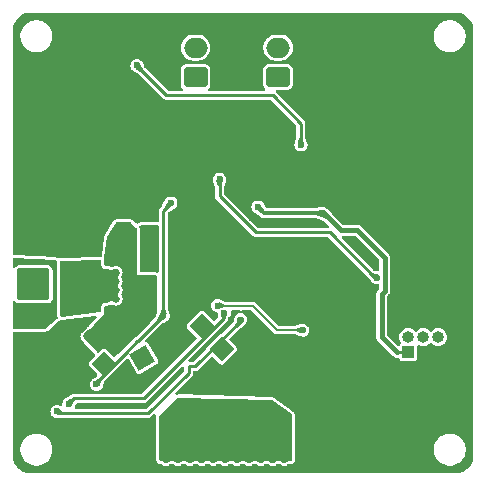
<source format=gbr>
%TF.GenerationSoftware,KiCad,Pcbnew,8.0.4*%
%TF.CreationDate,2024-12-15T23:05:05+02:00*%
%TF.ProjectId,Little Boy - External,4c697474-6c65-4204-926f-79202d204578,rev?*%
%TF.SameCoordinates,Original*%
%TF.FileFunction,Copper,L4,Bot*%
%TF.FilePolarity,Positive*%
%FSLAX46Y46*%
G04 Gerber Fmt 4.6, Leading zero omitted, Abs format (unit mm)*
G04 Created by KiCad (PCBNEW 8.0.4) date 2024-12-15 23:05:05*
%MOMM*%
%LPD*%
G01*
G04 APERTURE LIST*
G04 Aperture macros list*
%AMRoundRect*
0 Rectangle with rounded corners*
0 $1 Rounding radius*
0 $2 $3 $4 $5 $6 $7 $8 $9 X,Y pos of 4 corners*
0 Add a 4 corners polygon primitive as box body*
4,1,4,$2,$3,$4,$5,$6,$7,$8,$9,$2,$3,0*
0 Add four circle primitives for the rounded corners*
1,1,$1+$1,$2,$3*
1,1,$1+$1,$4,$5*
1,1,$1+$1,$6,$7*
1,1,$1+$1,$8,$9*
0 Add four rect primitives between the rounded corners*
20,1,$1+$1,$2,$3,$4,$5,0*
20,1,$1+$1,$4,$5,$6,$7,0*
20,1,$1+$1,$6,$7,$8,$9,0*
20,1,$1+$1,$8,$9,$2,$3,0*%
%AMRotRect*
0 Rectangle, with rotation*
0 The origin of the aperture is its center*
0 $1 length*
0 $2 width*
0 $3 Rotation angle, in degrees counterclockwise*
0 Add horizontal line*
21,1,$1,$2,0,0,$3*%
G04 Aperture macros list end*
%TA.AperFunction,ComponentPad*%
%ADD10C,0.600000*%
%TD*%
%TA.AperFunction,SMDPad,CuDef*%
%ADD11R,4.900000X2.950000*%
%TD*%
%TA.AperFunction,ComponentPad*%
%ADD12RoundRect,0.250000X-1.125000X-1.125000X1.125000X-1.125000X1.125000X1.125000X-1.125000X1.125000X0*%
%TD*%
%TA.AperFunction,ComponentPad*%
%ADD13RotRect,1.600000X1.600000X30.000000*%
%TD*%
%TA.AperFunction,ComponentPad*%
%ADD14C,1.600000*%
%TD*%
%TA.AperFunction,HeatsinkPad*%
%ADD15C,0.500000*%
%TD*%
%TA.AperFunction,HeatsinkPad*%
%ADD16R,0.500000X1.600000*%
%TD*%
%TA.AperFunction,ComponentPad*%
%ADD17R,3.000000X3.000000*%
%TD*%
%TA.AperFunction,ComponentPad*%
%ADD18C,3.000000*%
%TD*%
%TA.AperFunction,ComponentPad*%
%ADD19R,1.000000X1.000000*%
%TD*%
%TA.AperFunction,ComponentPad*%
%ADD20O,1.000000X1.000000*%
%TD*%
%TA.AperFunction,ComponentPad*%
%ADD21RoundRect,0.250000X0.750000X-0.600000X0.750000X0.600000X-0.750000X0.600000X-0.750000X-0.600000X0*%
%TD*%
%TA.AperFunction,ComponentPad*%
%ADD22O,2.000000X1.700000*%
%TD*%
%TA.AperFunction,SMDPad,CuDef*%
%ADD23RotRect,1.500000X1.500000X135.000000*%
%TD*%
%TA.AperFunction,SMDPad,CuDef*%
%ADD24RotRect,1.500000X1.500000X45.000000*%
%TD*%
%TA.AperFunction,SMDPad,CuDef*%
%ADD25RoundRect,0.250000X0.159099X-0.512652X0.512652X-0.159099X-0.159099X0.512652X-0.512652X0.159099X0*%
%TD*%
%TA.AperFunction,ViaPad*%
%ADD26C,0.600000*%
%TD*%
%TA.AperFunction,Conductor*%
%ADD27C,0.254000*%
%TD*%
%TA.AperFunction,Conductor*%
%ADD28C,0.400000*%
%TD*%
%TA.AperFunction,Conductor*%
%ADD29C,0.350000*%
%TD*%
%TA.AperFunction,Conductor*%
%ADD30C,0.200000*%
%TD*%
G04 APERTURE END LIST*
D10*
%TO.P,U2,9,GND*%
%TO.N,GND*%
X128850001Y-59250001D03*
X126250000Y-59250000D03*
X127550000Y-59250000D03*
X124949998Y-59249999D03*
D11*
X126900000Y-58600000D03*
D10*
X128850002Y-57950001D03*
X126250000Y-57950000D03*
X127550000Y-57950000D03*
X124949999Y-57949999D03*
%TD*%
D12*
%TO.P,J11,1,Pin_1*%
%TO.N,Net-(J11-Pin_1)*%
X129500000Y-66500000D03*
%TD*%
D13*
%TO.P,C8,1*%
%TO.N,+12V*%
X134468912Y-72749999D03*
D14*
%TO.P,C8,2*%
%TO.N,GND*%
X137500000Y-71000000D03*
%TD*%
D15*
%TO.P,U4,7,PAD*%
%TO.N,GND*%
X133137501Y-49859176D03*
D16*
X133137501Y-49309177D03*
D15*
X133137501Y-48759178D03*
%TD*%
D17*
%TO.P,J9,1,Pin_1*%
%TO.N,GND*%
X150249999Y-79250002D03*
D18*
%TO.P,J9,2,Pin_2*%
%TO.N,+12V*%
X145249999Y-79250002D03*
%TD*%
D19*
%TO.P,SWD,1,Pin_1*%
%TO.N,+3V3*%
X156979999Y-72250000D03*
D20*
%TO.P,SWD,2,Pin_2*%
%TO.N,SWDIO*%
X156979999Y-70979999D03*
%TO.P,SWD,3,Pin_3*%
%TO.N,GND*%
X158250000Y-72250000D03*
%TO.P,SWD,4,Pin_4*%
%TO.N,SWCLK*%
X158249999Y-70980002D03*
%TO.P,SWD,5,Pin_5*%
%TO.N,GND*%
X159520000Y-72250001D03*
%TO.P,SWD,6,Pin_6*%
%TO.N,NRST*%
X159519998Y-70980000D03*
%TD*%
D17*
%TO.P,J8,1,Pin_1*%
%TO.N,GND*%
X133250000Y-79250000D03*
D18*
%TO.P,J8,2,Pin_2*%
%TO.N,+12V*%
X138250000Y-79250000D03*
%TD*%
D21*
%TO.P,J13,1,Pin_1*%
%TO.N,Net-(J13-Pin_1)*%
X138972499Y-48955001D03*
D22*
%TO.P,J13,2,Pin_2*%
%TO.N,Net-(J13-Pin_2)*%
X138972500Y-46455001D03*
%TD*%
D12*
%TO.P,J10,2*%
%TO.N,N/C*%
X125250000Y-66500000D03*
%TD*%
D21*
%TO.P,J14,1,Pin_1*%
%TO.N,Net-(J13-Pin_1)*%
X145972498Y-48955001D03*
D22*
%TO.P,J14,2,Pin_2*%
%TO.N,Net-(J13-Pin_2)*%
X145972497Y-46455001D03*
%TD*%
D23*
%TO.P,J6,1,Pin_1*%
%TO.N,DRV_IN2*%
X141185353Y-71985841D03*
%TD*%
D24*
%TO.P,J3,1,Pin_1*%
%TO.N,+3V3*%
X131250000Y-73250000D03*
%TD*%
D25*
%TO.P,C11,1*%
%TO.N,GND*%
X128906496Y-72421752D03*
%TO.P,C11,2*%
%TO.N,+12V*%
X130250000Y-71078248D03*
%TD*%
D23*
%TO.P,J7,1,Pin_1*%
%TO.N,DRV_IN1*%
X139530000Y-70040000D03*
%TD*%
D26*
%TO.N,GND*%
X151500000Y-64400000D03*
X139000000Y-44000000D03*
X156100000Y-73250000D03*
X129000000Y-82000000D03*
X146500000Y-50400000D03*
X162000000Y-52000000D03*
X143500000Y-71000000D03*
X140000000Y-82000000D03*
X162000000Y-48000000D03*
X124000000Y-47000000D03*
X136000000Y-44000000D03*
X125500000Y-50300000D03*
X142000000Y-44000000D03*
X131560000Y-75360000D03*
X124000000Y-76000000D03*
X161800000Y-44200000D03*
X141895683Y-55346796D03*
X132000000Y-44000000D03*
X129500000Y-73250000D03*
X141980921Y-69532367D03*
X152930000Y-53590000D03*
X128000000Y-51250000D03*
X153500000Y-70850000D03*
X162000000Y-64000000D03*
X147000000Y-44000000D03*
X152750000Y-55050000D03*
X155000000Y-44000000D03*
X148500000Y-65750000D03*
X136000000Y-82000000D03*
X162004999Y-73000000D03*
X126250000Y-73750000D03*
X133060000Y-53470000D03*
X155200000Y-49200000D03*
X162000000Y-74000000D03*
X157400000Y-46200000D03*
X149000000Y-44000000D03*
X145000000Y-44000000D03*
X127000000Y-82000000D03*
X124000000Y-56000000D03*
X139500000Y-57500000D03*
X159000000Y-82000000D03*
X155400000Y-50800000D03*
X160450000Y-70200000D03*
X143550000Y-69900000D03*
X148500000Y-61400000D03*
X130250000Y-74250000D03*
X141000000Y-44000000D03*
X154950000Y-74900000D03*
X154000000Y-82000000D03*
X144000000Y-82000000D03*
X149800000Y-61450000D03*
X138200000Y-67400000D03*
X146750000Y-69000000D03*
X162000000Y-76000000D03*
X145100000Y-52250000D03*
X152800000Y-56350000D03*
X154000000Y-44000000D03*
X162000000Y-67000000D03*
X151000000Y-82000000D03*
X153607712Y-66333822D03*
X135741841Y-51408159D03*
X152000000Y-44000000D03*
X134887498Y-47909178D03*
X157200000Y-47800000D03*
X144400000Y-49050000D03*
X129250000Y-50500000D03*
X128000000Y-82000000D03*
X130000000Y-82000000D03*
X138000000Y-44000000D03*
X129000000Y-44000000D03*
X137150000Y-49050000D03*
X124000000Y-58000000D03*
X134726644Y-76786644D03*
X158000000Y-44000000D03*
X124000000Y-49000000D03*
X150650000Y-73800000D03*
X162000000Y-56000000D03*
X132000000Y-82000000D03*
X159400000Y-52700000D03*
X130340000Y-76796000D03*
X159000000Y-79000000D03*
X147000000Y-82000000D03*
X132600000Y-50950000D03*
X136250000Y-54850000D03*
X149500000Y-70650000D03*
X154450000Y-61500000D03*
X155600000Y-70600000D03*
X128250000Y-73750000D03*
X148925449Y-59520000D03*
X144750000Y-65850000D03*
X140200000Y-64950000D03*
X146000000Y-44000000D03*
X139250000Y-54250000D03*
X130850000Y-53000000D03*
X130100000Y-60050000D03*
X162000000Y-61000000D03*
X147910000Y-55770000D03*
X127250000Y-72750000D03*
X159000000Y-47000000D03*
X162000000Y-51000000D03*
X159250000Y-66000000D03*
X156000000Y-44000000D03*
X135000000Y-82000000D03*
X162000000Y-78000000D03*
X162000000Y-62000000D03*
X156850000Y-69850000D03*
X162000000Y-55000000D03*
X126750000Y-73250000D03*
X127250000Y-73750000D03*
X143550000Y-72950000D03*
X140000000Y-44000000D03*
X132050000Y-58550000D03*
X147430000Y-59370000D03*
X155399999Y-45980001D03*
X148000000Y-44000000D03*
X145800000Y-64750000D03*
X152800000Y-76650000D03*
X157000000Y-82000000D03*
X137250000Y-46400000D03*
X137100000Y-58700000D03*
X137350000Y-63400000D03*
X127750000Y-72250000D03*
X145960000Y-55040000D03*
X143000000Y-44000000D03*
X161800000Y-81800000D03*
X151000000Y-53640000D03*
X127000000Y-47000000D03*
X137000000Y-57050000D03*
X129500000Y-78250000D03*
X143500000Y-53500000D03*
X146900000Y-67450000D03*
X124000000Y-59000000D03*
X139550000Y-68250000D03*
X124000000Y-57000000D03*
X138000000Y-82000000D03*
X126250000Y-72750000D03*
X148000000Y-82000000D03*
X141000000Y-82000000D03*
X146000000Y-82000000D03*
X126750000Y-72250000D03*
X157050000Y-75800000D03*
X127000000Y-44000000D03*
X154000000Y-67650000D03*
X162000000Y-70000000D03*
X162000000Y-59000000D03*
X134000000Y-44000000D03*
X149000000Y-82000000D03*
X146250000Y-71550000D03*
X162000000Y-57000000D03*
X131000000Y-82000000D03*
X162000000Y-77000000D03*
X141100000Y-60100000D03*
X144000000Y-44000000D03*
X151800000Y-61200000D03*
X130550000Y-78050000D03*
X137000000Y-44000000D03*
X158700000Y-69550000D03*
X135000000Y-44000000D03*
X124000000Y-60000000D03*
X137000000Y-58050000D03*
X157600000Y-54600000D03*
X128250000Y-72750000D03*
X162000000Y-79000000D03*
X162000000Y-75000000D03*
X133000000Y-82000000D03*
X124000000Y-62250000D03*
X137400000Y-61500000D03*
X159250000Y-59750000D03*
X127250000Y-71750000D03*
X144350000Y-46300000D03*
X149550000Y-74950000D03*
X155750000Y-57250000D03*
X143750000Y-60850000D03*
X145000000Y-82000000D03*
X124200000Y-81800000D03*
X141790000Y-73400000D03*
X140300000Y-63500000D03*
X162000000Y-47000000D03*
X151750000Y-67250000D03*
X137450000Y-68100000D03*
X162000000Y-53000000D03*
X151000000Y-55000000D03*
X159500000Y-51100000D03*
X133000000Y-54650000D03*
X124000000Y-73000000D03*
X156400000Y-45200000D03*
X124000000Y-77000000D03*
X143000000Y-82000000D03*
X155000000Y-82000000D03*
X138000000Y-51400000D03*
X140800000Y-46300000D03*
X126994049Y-78981861D03*
X124000000Y-48000000D03*
X156000000Y-82000000D03*
X153600000Y-73000000D03*
X150410000Y-57350000D03*
X162000000Y-60000000D03*
X125500000Y-76750000D03*
X128000000Y-44000000D03*
X142000000Y-82000000D03*
X124000000Y-75000000D03*
X133949692Y-81989056D03*
X124000000Y-55000000D03*
X140150000Y-57550000D03*
X162000000Y-49000000D03*
X151000000Y-56250000D03*
X158000000Y-82000000D03*
X155950000Y-66800000D03*
X162000000Y-58000000D03*
X155850000Y-65050000D03*
X152000000Y-82000000D03*
X162000000Y-69000000D03*
X147440000Y-57350000D03*
X138200000Y-66550000D03*
X135050000Y-59050000D03*
X126250000Y-71750000D03*
X162000000Y-68000000D03*
X124000000Y-78000000D03*
X124000000Y-74000000D03*
X154250000Y-58700000D03*
X145700000Y-61250000D03*
X159000000Y-44000000D03*
X143100000Y-75000000D03*
X124000000Y-61000000D03*
X151000000Y-52250000D03*
X156400000Y-50400000D03*
X157250000Y-63250000D03*
X162000000Y-63000000D03*
X124200000Y-44200000D03*
X153000000Y-82000000D03*
X124000000Y-79000000D03*
X140650000Y-49050000D03*
X140250000Y-61600000D03*
X151000000Y-44000000D03*
X155800000Y-47800000D03*
X157000000Y-44000000D03*
X162000000Y-54000000D03*
X140800000Y-74250000D03*
X133000000Y-44000000D03*
X127750000Y-73250000D03*
X162000000Y-50000000D03*
X155490000Y-67620000D03*
X124000000Y-72000000D03*
X128250000Y-71750000D03*
X146400000Y-74850000D03*
X133300000Y-60600000D03*
X129700000Y-55000000D03*
X162000000Y-66000000D03*
X147800000Y-71150000D03*
X128750000Y-73250000D03*
X131500000Y-49250000D03*
X139000000Y-82000000D03*
X150000000Y-82000000D03*
X150600000Y-59700000D03*
X150000000Y-44000000D03*
X141000000Y-53750000D03*
X153600000Y-50600000D03*
X153000000Y-44000000D03*
X134550000Y-54650000D03*
X137000000Y-82000000D03*
X131000000Y-44000000D03*
X130000000Y-44000000D03*
X162000000Y-65000000D03*
X154283911Y-65127865D03*
%TO.N,+3V3*%
X149750000Y-60500000D03*
X136250000Y-69156714D03*
X136887000Y-59623001D03*
X130588081Y-74975056D03*
X144259953Y-59959952D03*
%TO.N,NRST*%
X141013288Y-57600000D03*
X154297000Y-65927761D03*
%TO.N,+12V*%
X132250000Y-70250000D03*
X133500000Y-63000000D03*
X132750000Y-62250000D03*
X133000000Y-70500000D03*
X132750000Y-63000000D03*
X133000000Y-71250000D03*
X131500000Y-69500000D03*
X130750000Y-70250000D03*
X132000000Y-62250000D03*
X131500000Y-70250000D03*
X132000000Y-63000000D03*
X133498327Y-62237619D03*
X132250000Y-69500000D03*
X132750000Y-61500000D03*
X133000000Y-69750000D03*
%TO.N,Net-(J10-Pin_1)*%
X124000000Y-69500000D03*
X124700000Y-69500000D03*
X125250000Y-68750000D03*
X126000000Y-68750000D03*
X124000000Y-68750000D03*
%TO.N,+5V*%
X134007034Y-47959178D03*
X147900000Y-54700000D03*
%TO.N,DRV_IN2*%
X127250000Y-77250000D03*
X142800000Y-69500000D03*
%TO.N,ISEN*%
X135200000Y-62150000D03*
%TO.N,DRV_IN1*%
X141406642Y-68956645D03*
X128250000Y-76623000D03*
%TO.N,Net-(J11-Pin_1)*%
X132250000Y-67750000D03*
X132250000Y-67000000D03*
X131500000Y-67000000D03*
X132250000Y-66250000D03*
X131500000Y-66250000D03*
X131500000Y-65500000D03*
X132250000Y-65500000D03*
X131500000Y-67750000D03*
%TO.N,FLASH_MISO*%
X148052983Y-70391051D03*
X140850001Y-68299388D03*
%TD*%
D27*
%TO.N,+3V3*%
X130588081Y-74975056D02*
X130588081Y-74818633D01*
D28*
X154723000Y-67340288D02*
X154723000Y-70973000D01*
D27*
X134076535Y-71330179D02*
X136250000Y-69156714D01*
X133049092Y-72321731D02*
X134040644Y-71330179D01*
D28*
X154997000Y-67066288D02*
X154723000Y-67340288D01*
D27*
X156000000Y-72250000D02*
X156979999Y-72250000D01*
X130588081Y-74818633D02*
X133049092Y-72357622D01*
D28*
X149750000Y-60500000D02*
X149839950Y-60500000D01*
D27*
X136887000Y-59623001D02*
X136250000Y-60260001D01*
X134040644Y-71330179D02*
X134076535Y-71330179D01*
D29*
X144800001Y-60500000D02*
X144259953Y-59959952D01*
X149750000Y-60500000D02*
X144800001Y-60500000D01*
D28*
X149839950Y-60500000D02*
X151266950Y-61927000D01*
D27*
X133049092Y-72357622D02*
X133049092Y-72321731D01*
D28*
X154723000Y-70973000D02*
X156000000Y-72250000D01*
X152677000Y-61927000D02*
X154997000Y-64247000D01*
X154997000Y-64247000D02*
X154997000Y-67066288D01*
D27*
X136250000Y-60260001D02*
X136250000Y-69156714D01*
D28*
X151266950Y-61927000D02*
X152677000Y-61927000D01*
D27*
%TO.N,NRST*%
X144100000Y-62100000D02*
X141013288Y-59013288D01*
X141013288Y-59013288D02*
X141013288Y-57600000D01*
X154297000Y-65927761D02*
X154177761Y-65927761D01*
X154177761Y-65927761D02*
X150350000Y-62100000D01*
X150350000Y-62100000D02*
X144100000Y-62100000D01*
%TO.N,+5V*%
X136500000Y-50500000D02*
X134007034Y-48007034D01*
X147900000Y-54700000D02*
X147900000Y-52900000D01*
X145500000Y-50500000D02*
X136500000Y-50500000D01*
X147900000Y-52900000D02*
X145500000Y-50500000D01*
X134007034Y-48007034D02*
X134007034Y-47959178D01*
%TO.N,DRV_IN2*%
X127423000Y-77423000D02*
X127250000Y-77250000D01*
X138400000Y-74000000D02*
X134977000Y-77423000D01*
X134977000Y-77423000D02*
X127423000Y-77423000D01*
X138400000Y-73450000D02*
X138400000Y-74000000D01*
X142800000Y-69500000D02*
X142800000Y-69600000D01*
X142800000Y-69600000D02*
X138950000Y-73450000D01*
X138950000Y-73450000D02*
X138400000Y-73450000D01*
%TO.N,DRV_IN1*%
X130600712Y-76170000D02*
X134570000Y-76170000D01*
X141406642Y-69219934D02*
X141406642Y-68956645D01*
X130599712Y-76169000D02*
X130600712Y-76170000D01*
X141353921Y-69386079D02*
X141353921Y-69272655D01*
X128250000Y-76623000D02*
X128704000Y-76169000D01*
X134570000Y-76170000D02*
X141353921Y-69386079D01*
X141353921Y-69272655D02*
X141406642Y-69219934D01*
X128704000Y-76169000D02*
X130599712Y-76169000D01*
D30*
%TO.N,FLASH_MISO*%
X140907258Y-68356645D02*
X140850001Y-68299388D01*
X143856645Y-68356645D02*
X140907258Y-68356645D01*
X145891051Y-70391051D02*
X143856645Y-68356645D01*
X148052983Y-70391051D02*
X145891051Y-70391051D01*
%TD*%
%TA.AperFunction,Conductor*%
%TO.N,GND*%
G36*
X137941834Y-73434545D02*
G01*
X137997767Y-73476417D01*
X138022184Y-73541881D01*
X138022500Y-73550727D01*
X138022500Y-73792273D01*
X138002815Y-73859312D01*
X137986181Y-73879954D01*
X134856954Y-77009181D01*
X134795631Y-77042666D01*
X134769273Y-77045500D01*
X128857826Y-77045500D01*
X128790787Y-77025815D01*
X128745032Y-76973011D01*
X128735088Y-76903853D01*
X128756877Y-76854049D01*
X128754770Y-76852658D01*
X128758125Y-76847575D01*
X128799486Y-76769139D01*
X128881998Y-76612662D01*
X128930680Y-76562543D01*
X128991683Y-76546500D01*
X130535291Y-76546500D01*
X130550547Y-76547500D01*
X130551013Y-76547500D01*
X134619697Y-76547500D01*
X134619699Y-76547500D01*
X134715710Y-76521774D01*
X134801790Y-76472075D01*
X137810819Y-73463046D01*
X137872142Y-73429561D01*
X137941834Y-73434545D01*
G37*
%TD.AperFunction*%
%TA.AperFunction,Conductor*%
G36*
X152506074Y-62397185D02*
G01*
X152526716Y-62413819D01*
X154510181Y-64397284D01*
X154543666Y-64458607D01*
X154546500Y-64484965D01*
X154546500Y-65257623D01*
X154526815Y-65324662D01*
X154474011Y-65370417D01*
X154404853Y-65380361D01*
X154392927Y-65378045D01*
X154387648Y-65376748D01*
X154387642Y-65376747D01*
X154383955Y-65376150D01*
X154383958Y-65376150D01*
X154367617Y-65374836D01*
X154343113Y-65372865D01*
X154343107Y-65372865D01*
X154307816Y-65372865D01*
X154302416Y-65372511D01*
X154291584Y-65372511D01*
X154286184Y-65372865D01*
X154266514Y-65372865D01*
X154231579Y-65367842D01*
X154198190Y-65358038D01*
X154166090Y-65343379D01*
X154116899Y-65311765D01*
X154101915Y-65300443D01*
X154081991Y-65282865D01*
X154076844Y-65279426D01*
X154076842Y-65279424D01*
X154068856Y-65275516D01*
X154035688Y-65251822D01*
X152722545Y-63938679D01*
X151373045Y-62589180D01*
X151339561Y-62527858D01*
X151344545Y-62458166D01*
X151386417Y-62402233D01*
X151451881Y-62377816D01*
X151460727Y-62377500D01*
X152439035Y-62377500D01*
X152506074Y-62397185D01*
G37*
%TD.AperFunction*%
%TA.AperFunction,Conductor*%
G36*
X161004418Y-43500816D02*
G01*
X161204561Y-43515130D01*
X161222063Y-43517647D01*
X161413797Y-43559355D01*
X161430755Y-43564334D01*
X161614609Y-43632909D01*
X161630701Y-43640259D01*
X161802904Y-43734288D01*
X161817784Y-43743849D01*
X161974867Y-43861441D01*
X161988237Y-43873027D01*
X162126972Y-44011762D01*
X162138558Y-44025132D01*
X162256146Y-44182210D01*
X162265711Y-44197095D01*
X162359740Y-44369298D01*
X162367090Y-44385390D01*
X162435662Y-44569236D01*
X162440646Y-44586212D01*
X162482351Y-44777931D01*
X162484869Y-44795442D01*
X162499184Y-44995580D01*
X162499500Y-45004427D01*
X162499500Y-80995572D01*
X162499184Y-81004419D01*
X162484869Y-81204557D01*
X162482351Y-81222068D01*
X162440646Y-81413787D01*
X162435662Y-81430763D01*
X162367090Y-81614609D01*
X162359740Y-81630701D01*
X162265711Y-81802904D01*
X162256146Y-81817789D01*
X162138558Y-81974867D01*
X162126972Y-81988237D01*
X161988237Y-82126972D01*
X161974867Y-82138558D01*
X161817789Y-82256146D01*
X161802904Y-82265711D01*
X161630701Y-82359740D01*
X161614609Y-82367090D01*
X161430763Y-82435662D01*
X161413787Y-82440646D01*
X161222068Y-82482351D01*
X161204557Y-82484869D01*
X161023779Y-82497799D01*
X161004417Y-82499184D01*
X160995572Y-82499500D01*
X125004428Y-82499500D01*
X124995582Y-82499184D01*
X124973622Y-82497613D01*
X124795442Y-82484869D01*
X124777931Y-82482351D01*
X124586212Y-82440646D01*
X124569236Y-82435662D01*
X124385390Y-82367090D01*
X124369298Y-82359740D01*
X124197095Y-82265711D01*
X124182210Y-82256146D01*
X124025132Y-82138558D01*
X124011762Y-82126972D01*
X123873027Y-81988237D01*
X123861441Y-81974867D01*
X123820007Y-81919518D01*
X123743849Y-81817784D01*
X123734288Y-81802904D01*
X123640259Y-81630701D01*
X123632909Y-81614609D01*
X123611552Y-81557349D01*
X123564334Y-81430755D01*
X123559355Y-81413797D01*
X123517647Y-81222063D01*
X123515130Y-81204556D01*
X123500816Y-81004418D01*
X123500500Y-80995572D01*
X123500500Y-80393713D01*
X124149500Y-80393713D01*
X124149500Y-80606287D01*
X124182754Y-80816243D01*
X124243896Y-81004419D01*
X124248444Y-81018414D01*
X124344951Y-81207820D01*
X124469890Y-81379786D01*
X124620213Y-81530109D01*
X124792179Y-81655048D01*
X124792181Y-81655049D01*
X124792184Y-81655051D01*
X124981588Y-81751557D01*
X125183757Y-81817246D01*
X125393713Y-81850500D01*
X125393714Y-81850500D01*
X125606286Y-81850500D01*
X125606287Y-81850500D01*
X125816243Y-81817246D01*
X126018412Y-81751557D01*
X126207816Y-81655051D01*
X126263480Y-81614609D01*
X126379786Y-81530109D01*
X126379788Y-81530106D01*
X126379792Y-81530104D01*
X126530104Y-81379792D01*
X126530106Y-81379788D01*
X126530109Y-81379786D01*
X126655048Y-81207820D01*
X126655047Y-81207820D01*
X126655051Y-81207816D01*
X126751557Y-81018412D01*
X126817246Y-80816243D01*
X126850500Y-80606287D01*
X126850500Y-80393713D01*
X126817246Y-80183757D01*
X126751557Y-79981588D01*
X126655051Y-79792184D01*
X126655049Y-79792181D01*
X126655048Y-79792179D01*
X126530109Y-79620213D01*
X126379786Y-79469890D01*
X126207820Y-79344951D01*
X126018414Y-79248444D01*
X126018413Y-79248443D01*
X126018412Y-79248443D01*
X125816243Y-79182754D01*
X125816241Y-79182753D01*
X125816240Y-79182753D01*
X125654957Y-79157208D01*
X125606287Y-79149500D01*
X125393713Y-79149500D01*
X125345042Y-79157208D01*
X125183760Y-79182753D01*
X124981585Y-79248444D01*
X124792179Y-79344951D01*
X124620213Y-79469890D01*
X124469890Y-79620213D01*
X124344951Y-79792179D01*
X124248444Y-79981585D01*
X124182753Y-80183760D01*
X124149500Y-80393713D01*
X123500500Y-80393713D01*
X123500500Y-77250000D01*
X126694750Y-77250000D01*
X126708107Y-77351458D01*
X126713670Y-77393708D01*
X126713671Y-77393712D01*
X126769137Y-77527622D01*
X126769138Y-77527624D01*
X126769139Y-77527625D01*
X126857379Y-77642621D01*
X126972375Y-77730861D01*
X127106291Y-77786330D01*
X127250000Y-77805250D01*
X127250008Y-77805249D01*
X127253004Y-77805249D01*
X127258106Y-77805500D01*
X127261661Y-77805500D01*
X127776585Y-77805500D01*
X127789741Y-77802882D01*
X127813934Y-77800500D01*
X135026697Y-77800500D01*
X135026699Y-77800500D01*
X135122710Y-77774774D01*
X135208790Y-77725075D01*
X135407464Y-77526400D01*
X135468785Y-77492917D01*
X135538476Y-77497901D01*
X135594410Y-77539772D01*
X135618827Y-77605237D01*
X135614532Y-77647583D01*
X135604627Y-77682883D01*
X135604624Y-77682893D01*
X135595144Y-77754982D01*
X135595144Y-77754989D01*
X135595144Y-77754992D01*
X135595521Y-77786330D01*
X135638165Y-81326568D01*
X135638165Y-81326582D01*
X135641198Y-81362876D01*
X135646635Y-81397723D01*
X135648200Y-81406699D01*
X135648201Y-81406702D01*
X135685798Y-81499024D01*
X135720192Y-81551168D01*
X135724270Y-81557351D01*
X135752638Y-81592987D01*
X135834186Y-81650330D01*
X135898082Y-81678597D01*
X135968100Y-81698254D01*
X136038512Y-81707524D01*
X136060820Y-81710461D01*
X136092084Y-81718837D01*
X136097467Y-81721066D01*
X136133691Y-81736070D01*
X136161722Y-81752253D01*
X136203049Y-81783965D01*
X136213952Y-81794242D01*
X136214343Y-81793841D01*
X136218173Y-81797558D01*
X136218184Y-81797571D01*
X136286171Y-81853030D01*
X136347091Y-81887243D01*
X136388632Y-81905917D01*
X136487391Y-81919518D01*
X136557137Y-81915364D01*
X136602184Y-81908614D01*
X136692618Y-81866662D01*
X136749046Y-81825459D01*
X136766396Y-81808514D01*
X136777530Y-81798866D01*
X136804179Y-81778418D01*
X136804182Y-81778417D01*
X136813075Y-81771592D01*
X136820416Y-81765960D01*
X136820417Y-81765960D01*
X136838281Y-81752251D01*
X136866307Y-81736069D01*
X136907911Y-81718837D01*
X136939168Y-81710462D01*
X136983813Y-81704585D01*
X137016183Y-81704585D01*
X137038503Y-81707524D01*
X137038504Y-81707524D01*
X137060833Y-81710463D01*
X137092092Y-81718839D01*
X137133688Y-81736069D01*
X137161720Y-81752252D01*
X137203050Y-81783965D01*
X137213952Y-81794242D01*
X137214343Y-81793841D01*
X137218173Y-81797558D01*
X137218184Y-81797571D01*
X137286171Y-81853030D01*
X137347091Y-81887243D01*
X137388632Y-81905917D01*
X137487391Y-81919518D01*
X137557137Y-81915364D01*
X137602184Y-81908614D01*
X137692618Y-81866662D01*
X137749046Y-81825459D01*
X137766396Y-81808514D01*
X137777530Y-81798866D01*
X137804179Y-81778418D01*
X137804182Y-81778417D01*
X137813075Y-81771592D01*
X137820416Y-81765960D01*
X137820417Y-81765960D01*
X137838281Y-81752251D01*
X137866307Y-81736069D01*
X137907911Y-81718837D01*
X137939168Y-81710462D01*
X137983813Y-81704585D01*
X138016183Y-81704585D01*
X138038503Y-81707524D01*
X138038504Y-81707524D01*
X138060833Y-81710463D01*
X138092092Y-81718839D01*
X138133688Y-81736069D01*
X138161720Y-81752252D01*
X138203050Y-81783965D01*
X138213952Y-81794242D01*
X138214343Y-81793841D01*
X138218173Y-81797558D01*
X138218184Y-81797571D01*
X138286171Y-81853030D01*
X138347091Y-81887243D01*
X138388632Y-81905917D01*
X138487391Y-81919518D01*
X138557137Y-81915364D01*
X138602184Y-81908614D01*
X138692618Y-81866662D01*
X138749046Y-81825459D01*
X138766396Y-81808514D01*
X138777530Y-81798866D01*
X138804179Y-81778418D01*
X138804182Y-81778417D01*
X138813075Y-81771592D01*
X138820416Y-81765960D01*
X138820417Y-81765960D01*
X138838281Y-81752251D01*
X138866307Y-81736069D01*
X138907911Y-81718837D01*
X138939168Y-81710462D01*
X138983813Y-81704585D01*
X139016183Y-81704585D01*
X139038503Y-81707524D01*
X139038504Y-81707524D01*
X139060833Y-81710463D01*
X139092092Y-81718839D01*
X139133688Y-81736069D01*
X139161720Y-81752252D01*
X139203050Y-81783965D01*
X139213952Y-81794242D01*
X139214343Y-81793841D01*
X139218173Y-81797558D01*
X139218184Y-81797571D01*
X139286171Y-81853030D01*
X139347091Y-81887243D01*
X139388632Y-81905917D01*
X139487391Y-81919518D01*
X139557137Y-81915364D01*
X139602184Y-81908614D01*
X139692618Y-81866662D01*
X139749046Y-81825459D01*
X139766396Y-81808514D01*
X139777530Y-81798866D01*
X139804179Y-81778418D01*
X139804182Y-81778417D01*
X139813075Y-81771592D01*
X139820416Y-81765960D01*
X139820417Y-81765960D01*
X139838281Y-81752251D01*
X139866307Y-81736069D01*
X139907911Y-81718837D01*
X139939168Y-81710462D01*
X139983813Y-81704585D01*
X140016183Y-81704585D01*
X140038503Y-81707524D01*
X140038504Y-81707524D01*
X140060833Y-81710463D01*
X140092092Y-81718839D01*
X140133688Y-81736069D01*
X140161720Y-81752252D01*
X140203050Y-81783965D01*
X140213952Y-81794242D01*
X140214343Y-81793841D01*
X140218173Y-81797558D01*
X140218184Y-81797571D01*
X140286171Y-81853030D01*
X140347091Y-81887243D01*
X140388632Y-81905917D01*
X140487391Y-81919518D01*
X140557137Y-81915364D01*
X140602184Y-81908614D01*
X140692618Y-81866662D01*
X140749046Y-81825459D01*
X140766396Y-81808514D01*
X140777530Y-81798866D01*
X140804179Y-81778418D01*
X140804182Y-81778417D01*
X140813075Y-81771592D01*
X140820416Y-81765960D01*
X140820417Y-81765960D01*
X140838281Y-81752251D01*
X140866307Y-81736069D01*
X140907911Y-81718837D01*
X140939168Y-81710462D01*
X140983813Y-81704585D01*
X141016183Y-81704585D01*
X141038503Y-81707524D01*
X141038504Y-81707524D01*
X141060833Y-81710463D01*
X141092092Y-81718839D01*
X141133688Y-81736069D01*
X141161720Y-81752252D01*
X141203050Y-81783965D01*
X141213952Y-81794242D01*
X141214343Y-81793841D01*
X141218173Y-81797558D01*
X141218184Y-81797571D01*
X141286171Y-81853030D01*
X141347091Y-81887243D01*
X141388632Y-81905917D01*
X141487391Y-81919518D01*
X141557137Y-81915364D01*
X141602184Y-81908614D01*
X141692618Y-81866662D01*
X141749046Y-81825459D01*
X141766396Y-81808514D01*
X141777530Y-81798866D01*
X141804179Y-81778418D01*
X141804182Y-81778417D01*
X141813075Y-81771592D01*
X141820416Y-81765960D01*
X141820417Y-81765960D01*
X141838281Y-81752251D01*
X141866307Y-81736069D01*
X141907911Y-81718837D01*
X141939168Y-81710462D01*
X141983813Y-81704585D01*
X142016183Y-81704585D01*
X142038503Y-81707524D01*
X142038504Y-81707524D01*
X142060833Y-81710463D01*
X142092092Y-81718839D01*
X142133688Y-81736069D01*
X142161720Y-81752252D01*
X142203050Y-81783965D01*
X142213952Y-81794242D01*
X142214343Y-81793841D01*
X142218173Y-81797558D01*
X142218184Y-81797571D01*
X142286171Y-81853030D01*
X142347091Y-81887243D01*
X142388632Y-81905917D01*
X142487391Y-81919518D01*
X142557137Y-81915364D01*
X142602184Y-81908614D01*
X142692618Y-81866662D01*
X142749046Y-81825459D01*
X142766396Y-81808514D01*
X142777530Y-81798866D01*
X142804179Y-81778418D01*
X142804182Y-81778417D01*
X142813075Y-81771592D01*
X142820416Y-81765960D01*
X142820417Y-81765960D01*
X142838281Y-81752251D01*
X142866307Y-81736069D01*
X142907911Y-81718837D01*
X142939168Y-81710462D01*
X142983813Y-81704585D01*
X143016183Y-81704585D01*
X143038503Y-81707524D01*
X143038504Y-81707524D01*
X143060833Y-81710463D01*
X143092092Y-81718839D01*
X143133688Y-81736069D01*
X143161720Y-81752252D01*
X143203050Y-81783965D01*
X143213952Y-81794242D01*
X143214343Y-81793841D01*
X143218173Y-81797558D01*
X143218184Y-81797571D01*
X143286171Y-81853030D01*
X143347091Y-81887243D01*
X143388632Y-81905917D01*
X143487391Y-81919518D01*
X143557137Y-81915364D01*
X143602184Y-81908614D01*
X143692618Y-81866662D01*
X143749046Y-81825459D01*
X143766396Y-81808514D01*
X143777530Y-81798866D01*
X143804179Y-81778418D01*
X143804182Y-81778417D01*
X143813075Y-81771592D01*
X143820416Y-81765960D01*
X143820417Y-81765960D01*
X143838281Y-81752251D01*
X143866307Y-81736069D01*
X143907911Y-81718837D01*
X143939168Y-81710462D01*
X143983813Y-81704585D01*
X144016183Y-81704585D01*
X144038503Y-81707524D01*
X144038504Y-81707524D01*
X144060833Y-81710463D01*
X144092092Y-81718839D01*
X144133688Y-81736069D01*
X144161720Y-81752252D01*
X144203050Y-81783965D01*
X144213952Y-81794242D01*
X144214343Y-81793841D01*
X144218173Y-81797558D01*
X144218184Y-81797571D01*
X144286171Y-81853030D01*
X144347091Y-81887243D01*
X144388632Y-81905917D01*
X144487391Y-81919518D01*
X144557137Y-81915364D01*
X144602184Y-81908614D01*
X144692618Y-81866662D01*
X144749046Y-81825459D01*
X144766396Y-81808514D01*
X144777530Y-81798866D01*
X144804179Y-81778418D01*
X144804182Y-81778417D01*
X144813075Y-81771592D01*
X144820416Y-81765960D01*
X144820417Y-81765960D01*
X144838281Y-81752251D01*
X144866307Y-81736069D01*
X144907911Y-81718837D01*
X144939168Y-81710462D01*
X144983813Y-81704585D01*
X145016183Y-81704585D01*
X145038503Y-81707524D01*
X145038504Y-81707524D01*
X145060833Y-81710463D01*
X145092092Y-81718839D01*
X145133688Y-81736069D01*
X145161720Y-81752252D01*
X145203050Y-81783965D01*
X145213952Y-81794242D01*
X145214343Y-81793841D01*
X145218173Y-81797558D01*
X145218184Y-81797571D01*
X145286171Y-81853030D01*
X145347091Y-81887243D01*
X145388632Y-81905917D01*
X145487391Y-81919518D01*
X145557137Y-81915364D01*
X145602184Y-81908614D01*
X145692618Y-81866662D01*
X145749046Y-81825459D01*
X145766396Y-81808514D01*
X145777530Y-81798866D01*
X145804179Y-81778418D01*
X145804182Y-81778417D01*
X145813075Y-81771592D01*
X145820416Y-81765960D01*
X145820417Y-81765960D01*
X145838281Y-81752251D01*
X145866307Y-81736069D01*
X145907911Y-81718837D01*
X145939168Y-81710462D01*
X145983813Y-81704585D01*
X146016183Y-81704585D01*
X146038503Y-81707524D01*
X146038504Y-81707524D01*
X146060833Y-81710463D01*
X146092092Y-81718839D01*
X146133688Y-81736069D01*
X146161720Y-81752252D01*
X146203050Y-81783965D01*
X146213952Y-81794242D01*
X146214343Y-81793841D01*
X146218173Y-81797558D01*
X146218184Y-81797571D01*
X146286171Y-81853030D01*
X146347091Y-81887243D01*
X146388632Y-81905917D01*
X146487391Y-81919518D01*
X146557137Y-81915364D01*
X146602184Y-81908614D01*
X146692618Y-81866662D01*
X146749046Y-81825459D01*
X146766396Y-81808514D01*
X146777530Y-81798866D01*
X146804179Y-81778418D01*
X146804182Y-81778417D01*
X146813075Y-81771592D01*
X146820416Y-81765960D01*
X146820417Y-81765960D01*
X146838281Y-81752251D01*
X146866307Y-81736069D01*
X146907911Y-81718837D01*
X146939167Y-81710462D01*
X147013316Y-81700700D01*
X147028382Y-81699645D01*
X147053043Y-81699426D01*
X147120740Y-81689281D01*
X147163561Y-81679028D01*
X147250191Y-81629697D01*
X147302995Y-81583942D01*
X147334620Y-81551168D01*
X147380828Y-81462833D01*
X147400513Y-81395794D01*
X147410863Y-81323809D01*
X147410863Y-80393713D01*
X159149500Y-80393713D01*
X159149500Y-80606287D01*
X159182754Y-80816243D01*
X159243896Y-81004419D01*
X159248444Y-81018414D01*
X159344951Y-81207820D01*
X159469890Y-81379786D01*
X159620213Y-81530109D01*
X159792179Y-81655048D01*
X159792181Y-81655049D01*
X159792184Y-81655051D01*
X159981588Y-81751557D01*
X160183757Y-81817246D01*
X160393713Y-81850500D01*
X160393714Y-81850500D01*
X160606286Y-81850500D01*
X160606287Y-81850500D01*
X160816243Y-81817246D01*
X161018412Y-81751557D01*
X161207816Y-81655051D01*
X161263480Y-81614609D01*
X161379786Y-81530109D01*
X161379788Y-81530106D01*
X161379792Y-81530104D01*
X161530104Y-81379792D01*
X161530106Y-81379788D01*
X161530109Y-81379786D01*
X161655048Y-81207820D01*
X161655047Y-81207820D01*
X161655051Y-81207816D01*
X161751557Y-81018412D01*
X161817246Y-80816243D01*
X161850500Y-80606287D01*
X161850500Y-80393713D01*
X161817246Y-80183757D01*
X161751557Y-79981588D01*
X161655051Y-79792184D01*
X161655049Y-79792181D01*
X161655048Y-79792179D01*
X161530109Y-79620213D01*
X161379786Y-79469890D01*
X161207820Y-79344951D01*
X161018414Y-79248444D01*
X161018413Y-79248443D01*
X161018412Y-79248443D01*
X160816243Y-79182754D01*
X160816241Y-79182753D01*
X160816240Y-79182753D01*
X160654957Y-79157208D01*
X160606287Y-79149500D01*
X160393713Y-79149500D01*
X160345042Y-79157208D01*
X160183760Y-79182753D01*
X159981585Y-79248444D01*
X159792179Y-79344951D01*
X159620213Y-79469890D01*
X159469890Y-79620213D01*
X159344951Y-79792179D01*
X159248444Y-79981585D01*
X159182753Y-80183760D01*
X159149500Y-80393713D01*
X147410863Y-80393713D01*
X147410863Y-77610007D01*
X147406280Y-77561833D01*
X147397464Y-77515914D01*
X147392637Y-77495387D01*
X147347614Y-77406442D01*
X147337630Y-77393708D01*
X147304504Y-77351457D01*
X147251944Y-77301196D01*
X147180268Y-77249999D01*
X145584705Y-76110311D01*
X145584684Y-76110296D01*
X145582272Y-76108593D01*
X145580058Y-76107050D01*
X145580054Y-76107047D01*
X145580050Y-76107045D01*
X145512335Y-76073464D01*
X145512332Y-76073463D01*
X145512327Y-76073461D01*
X145445834Y-76052021D01*
X145374146Y-76039782D01*
X145374147Y-76039782D01*
X137509339Y-75832814D01*
X137509320Y-75832815D01*
X137478107Y-75833906D01*
X137478082Y-75833907D01*
X137447977Y-75836810D01*
X137444038Y-75837220D01*
X137420153Y-75844815D01*
X137350300Y-75846368D01*
X137290697Y-75809910D01*
X137260267Y-75747015D01*
X137268670Y-75677652D01*
X137294898Y-75638966D01*
X138702075Y-74231790D01*
X138751774Y-74145710D01*
X138777500Y-74049699D01*
X138777500Y-73951500D01*
X138797185Y-73884461D01*
X138849989Y-73838706D01*
X138901500Y-73827500D01*
X138999697Y-73827500D01*
X138999699Y-73827500D01*
X139095710Y-73801774D01*
X139181790Y-73752075D01*
X140271548Y-72662316D01*
X140332869Y-72628833D01*
X140402561Y-72633817D01*
X140446908Y-72662318D01*
X141025667Y-73241077D01*
X141025670Y-73241079D01*
X141087612Y-73282467D01*
X141185353Y-73301910D01*
X141283094Y-73282467D01*
X141345036Y-73241079D01*
X142440591Y-72145524D01*
X142481979Y-72083582D01*
X142501422Y-71985841D01*
X142481979Y-71888100D01*
X142440591Y-71826158D01*
X142440589Y-71826155D01*
X141861830Y-71247396D01*
X141828345Y-71186073D01*
X141833329Y-71116381D01*
X141861828Y-71072036D01*
X142659121Y-70274742D01*
X142675500Y-70260975D01*
X142680428Y-70257511D01*
X142680434Y-70257509D01*
X143057849Y-69992281D01*
X143070736Y-69985199D01*
X143070580Y-69984928D01*
X143077616Y-69980864D01*
X143077625Y-69980861D01*
X143113903Y-69953022D01*
X143118074Y-69949960D01*
X143147672Y-69929161D01*
X143147685Y-69929152D01*
X143164817Y-69915997D01*
X143166336Y-69914725D01*
X143175775Y-69906112D01*
X143183860Y-69899343D01*
X143192621Y-69892621D01*
X143280861Y-69777625D01*
X143336330Y-69643709D01*
X143355250Y-69500000D01*
X143336330Y-69356291D01*
X143299350Y-69267013D01*
X143280862Y-69222377D01*
X143280861Y-69222376D01*
X143280861Y-69222375D01*
X143192621Y-69107379D01*
X143077625Y-69019139D01*
X143077624Y-69019138D01*
X143077622Y-69019137D01*
X142943712Y-68963671D01*
X142943710Y-68963670D01*
X142943709Y-68963670D01*
X142870896Y-68954083D01*
X142807001Y-68925817D01*
X142800651Y-68916190D01*
X142747852Y-68950122D01*
X142729103Y-68954083D01*
X142667616Y-68962179D01*
X142656291Y-68963670D01*
X142656287Y-68963671D01*
X142522377Y-69019137D01*
X142407379Y-69107379D01*
X142319136Y-69222378D01*
X142319135Y-69222381D01*
X142296378Y-69277320D01*
X142287963Y-69293970D01*
X142278411Y-69309785D01*
X142242467Y-69409179D01*
X142228567Y-69470045D01*
X142228566Y-69470051D01*
X142227988Y-69475688D01*
X142227988Y-69475694D01*
X142228850Y-69517940D01*
X142227614Y-69538115D01*
X142220952Y-69584450D01*
X142211007Y-69618316D01*
X142196550Y-69649971D01*
X142177474Y-69679656D01*
X142160357Y-69699411D01*
X142159011Y-69701680D01*
X142140057Y-69726076D01*
X141225693Y-70640440D01*
X141164370Y-70673925D01*
X141162206Y-70674376D01*
X141087612Y-70689215D01*
X141025667Y-70730604D01*
X139930116Y-71826155D01*
X139888727Y-71888100D01*
X139873888Y-71962694D01*
X139841501Y-72024604D01*
X139839952Y-72026181D01*
X138829954Y-73036181D01*
X138768631Y-73069666D01*
X138742273Y-73072500D01*
X138500727Y-73072500D01*
X138433688Y-73052815D01*
X138387933Y-73000011D01*
X138377989Y-72930853D01*
X138407014Y-72867297D01*
X138413046Y-72860819D01*
X140026469Y-71247396D01*
X141655996Y-69617869D01*
X141705695Y-69531789D01*
X141705696Y-69531786D01*
X141711130Y-69511505D01*
X141726693Y-69476397D01*
X141727153Y-69475684D01*
X141752030Y-69437105D01*
X141761457Y-69421256D01*
X141762266Y-69419777D01*
X141766818Y-69410692D01*
X141781155Y-69388402D01*
X141788039Y-69379867D01*
X141789029Y-69378547D01*
X141799355Y-69363714D01*
X141855463Y-69276701D01*
X141861298Y-69268419D01*
X141862962Y-69266249D01*
X141887503Y-69234270D01*
X141893806Y-69219050D01*
X141901297Y-69203956D01*
X141902335Y-69202181D01*
X141903298Y-69200351D01*
X141912948Y-69179855D01*
X141913332Y-69177953D01*
X141920316Y-69155048D01*
X141942972Y-69100354D01*
X141961892Y-68956645D01*
X141947500Y-68847330D01*
X141958265Y-68778296D01*
X142004645Y-68726040D01*
X142070439Y-68707145D01*
X142712917Y-68707145D01*
X142779956Y-68726830D01*
X142798569Y-68748311D01*
X142804771Y-68738405D01*
X142867977Y-68708626D01*
X142887083Y-68707145D01*
X143660101Y-68707145D01*
X143727140Y-68726830D01*
X143747782Y-68743464D01*
X145675839Y-70671521D01*
X145675840Y-70671522D01*
X145675842Y-70671523D01*
X145680784Y-70674376D01*
X145755763Y-70717665D01*
X145844907Y-70741551D01*
X145844908Y-70741551D01*
X145937195Y-70741551D01*
X147372174Y-70741551D01*
X147414705Y-70749073D01*
X147706296Y-70855545D01*
X147706297Y-70855545D01*
X147840044Y-70904381D01*
X147849008Y-70905875D01*
X147876062Y-70913623D01*
X147909274Y-70927381D01*
X147981128Y-70936841D01*
X148052982Y-70946301D01*
X148052983Y-70946301D01*
X148052984Y-70946301D01*
X148067960Y-70944329D01*
X148196692Y-70927381D01*
X148330608Y-70871912D01*
X148445604Y-70783672D01*
X148533844Y-70668676D01*
X148589313Y-70534760D01*
X148608233Y-70391051D01*
X148608031Y-70389520D01*
X148596186Y-70299549D01*
X148589313Y-70247342D01*
X148544942Y-70140219D01*
X148533845Y-70113428D01*
X148533844Y-70113427D01*
X148533844Y-70113426D01*
X148445604Y-69998430D01*
X148330608Y-69910190D01*
X148330607Y-69910189D01*
X148330605Y-69910188D01*
X148196695Y-69854722D01*
X148196693Y-69854721D01*
X148196692Y-69854721D01*
X148124837Y-69845261D01*
X148052984Y-69835801D01*
X148052982Y-69835801D01*
X147909272Y-69854721D01*
X147875691Y-69868630D01*
X147847243Y-69876602D01*
X147840055Y-69877716D01*
X147840048Y-69877718D01*
X147414702Y-70033029D01*
X147372171Y-70040551D01*
X146087595Y-70040551D01*
X146020556Y-70020866D01*
X145999914Y-70004232D01*
X144071858Y-68076176D01*
X144071853Y-68076172D01*
X143991935Y-68030032D01*
X143991934Y-68030031D01*
X143991933Y-68030031D01*
X143902789Y-68006145D01*
X143902788Y-68006145D01*
X141537466Y-68006145D01*
X141482478Y-67993286D01*
X141089271Y-67798742D01*
X141088682Y-67798462D01*
X141081907Y-67795244D01*
X141081547Y-67795080D01*
X141081206Y-67794924D01*
X141073793Y-67791689D01*
X141073794Y-67791689D01*
X141064175Y-67789745D01*
X141041292Y-67782765D01*
X140993712Y-67763058D01*
X140993714Y-67763058D01*
X140850002Y-67744138D01*
X140850000Y-67744138D01*
X140706292Y-67763058D01*
X140706288Y-67763059D01*
X140572378Y-67818525D01*
X140457380Y-67906767D01*
X140369138Y-68021765D01*
X140313672Y-68155675D01*
X140313671Y-68155679D01*
X140294751Y-68299387D01*
X140294751Y-68299388D01*
X140313671Y-68443096D01*
X140313672Y-68443100D01*
X140369138Y-68577010D01*
X140369139Y-68577012D01*
X140369140Y-68577013D01*
X140457380Y-68692009D01*
X140572376Y-68780249D01*
X140572377Y-68780249D01*
X140572378Y-68780250D01*
X140583274Y-68784763D01*
X140706292Y-68835718D01*
X140743578Y-68840626D01*
X140807473Y-68868891D01*
X140845945Y-68927216D01*
X140849170Y-68948739D01*
X140850331Y-68948587D01*
X140870312Y-69100355D01*
X140879880Y-69123456D01*
X140886945Y-69151307D01*
X140887338Y-69151227D01*
X140888562Y-69157201D01*
X140904352Y-69208184D01*
X140905382Y-69278046D01*
X140873584Y-69332549D01*
X140643208Y-69562925D01*
X140581885Y-69596410D01*
X140512193Y-69591426D01*
X140467846Y-69562925D01*
X139689686Y-68784764D01*
X139689685Y-68784763D01*
X139668943Y-68770904D01*
X139627741Y-68743374D01*
X139530000Y-68723931D01*
X139432259Y-68743374D01*
X139370314Y-68784763D01*
X138274763Y-69880314D01*
X138233374Y-69942259D01*
X138224989Y-69984413D01*
X138213931Y-70040000D01*
X138233374Y-70137741D01*
X138260162Y-70177833D01*
X138274763Y-70199685D01*
X139052925Y-70977847D01*
X139086410Y-71039170D01*
X139081426Y-71108862D01*
X139052925Y-71153209D01*
X134449954Y-75756181D01*
X134388631Y-75789666D01*
X134362273Y-75792500D01*
X130665133Y-75792500D01*
X130649877Y-75791500D01*
X130649411Y-75791500D01*
X128753699Y-75791500D01*
X128654301Y-75791500D01*
X128558287Y-75817226D01*
X128472209Y-75866925D01*
X128459329Y-75879805D01*
X128429490Y-75901804D01*
X128025430Y-76114870D01*
X128025418Y-76114877D01*
X128023709Y-76116198D01*
X127995386Y-76132607D01*
X127972376Y-76142138D01*
X127857379Y-76230379D01*
X127769137Y-76345377D01*
X127713671Y-76479287D01*
X127713670Y-76479291D01*
X127694750Y-76622999D01*
X127696705Y-76637852D01*
X127685937Y-76706887D01*
X127639556Y-76759142D01*
X127572286Y-76778025D01*
X127526313Y-76768595D01*
X127393712Y-76713671D01*
X127393710Y-76713670D01*
X127393709Y-76713670D01*
X127321854Y-76704210D01*
X127250001Y-76694750D01*
X127249999Y-76694750D01*
X127106291Y-76713670D01*
X127106287Y-76713671D01*
X126972377Y-76769137D01*
X126857379Y-76857379D01*
X126769137Y-76972377D01*
X126713671Y-77106287D01*
X126713670Y-77106291D01*
X126694750Y-77250000D01*
X123500500Y-77250000D01*
X123500500Y-70629500D01*
X123520185Y-70562461D01*
X123572989Y-70516706D01*
X123624500Y-70505500D01*
X126206485Y-70505500D01*
X126206503Y-70505500D01*
X126219723Y-70505158D01*
X126232539Y-70504494D01*
X126316254Y-70485734D01*
X126380900Y-70459226D01*
X126443575Y-70422340D01*
X127416839Y-69643727D01*
X127439774Y-69622982D01*
X127444344Y-69618316D01*
X127460646Y-69601669D01*
X127460649Y-69601665D01*
X127460738Y-69601575D01*
X127463224Y-69599000D01*
X127497766Y-69544460D01*
X127550262Y-69498360D01*
X127606643Y-69486879D01*
X127611023Y-69487024D01*
X127665483Y-69488836D01*
X127665491Y-69488836D01*
X127665491Y-69488835D01*
X127665494Y-69488836D01*
X130466158Y-69180762D01*
X130534945Y-69192999D01*
X130586199Y-69240483D01*
X130603645Y-69308140D01*
X130581743Y-69374488D01*
X130573033Y-69385674D01*
X129993776Y-70047682D01*
X129951968Y-70078821D01*
X129817528Y-70140218D01*
X129817523Y-70140221D01*
X129770848Y-70177833D01*
X129349591Y-70599093D01*
X129311970Y-70645777D01*
X129311969Y-70645779D01*
X129252182Y-70776692D01*
X129231701Y-70919149D01*
X129252182Y-71061605D01*
X129311970Y-71192521D01*
X129311973Y-71192526D01*
X129349586Y-71239202D01*
X129349593Y-71239210D01*
X129537710Y-71427326D01*
X129542708Y-71432626D01*
X130438173Y-72440025D01*
X130449053Y-72449612D01*
X130486335Y-72508703D01*
X130485753Y-72578570D01*
X130454752Y-72630325D01*
X129994763Y-73090314D01*
X129953374Y-73152259D01*
X129934444Y-73247423D01*
X129933931Y-73250000D01*
X129953374Y-73347741D01*
X129980904Y-73388943D01*
X129994763Y-73409685D01*
X129994764Y-73409686D01*
X130635069Y-74049990D01*
X130668554Y-74111313D01*
X130663570Y-74181004D01*
X130625153Y-74234256D01*
X130518395Y-74320211D01*
X130516088Y-74322559D01*
X130506844Y-74327710D01*
X130423763Y-74423590D01*
X130397090Y-74446702D01*
X130358654Y-74471403D01*
X130338030Y-74482072D01*
X130315093Y-74491330D01*
X130315084Y-74491335D01*
X130311064Y-74493435D01*
X130269195Y-74520854D01*
X130269191Y-74520857D01*
X130225810Y-74555784D01*
X130215628Y-74564430D01*
X130214741Y-74565224D01*
X130205587Y-74573857D01*
X130196017Y-74582006D01*
X130195464Y-74582430D01*
X130107218Y-74697433D01*
X130051752Y-74831343D01*
X130051751Y-74831347D01*
X130032831Y-74975055D01*
X130032831Y-74975056D01*
X130051751Y-75118764D01*
X130051752Y-75118768D01*
X130107218Y-75252678D01*
X130107219Y-75252680D01*
X130107220Y-75252681D01*
X130195460Y-75367677D01*
X130310456Y-75455917D01*
X130444372Y-75511386D01*
X130571361Y-75528104D01*
X130588080Y-75530306D01*
X130588081Y-75530306D01*
X130588082Y-75530306D01*
X130603058Y-75528334D01*
X130731790Y-75511386D01*
X130865706Y-75455917D01*
X130980702Y-75367677D01*
X131068942Y-75252681D01*
X131068943Y-75252678D01*
X131103644Y-75168902D01*
X131107587Y-75160322D01*
X131114850Y-75145990D01*
X131116406Y-75140425D01*
X131121266Y-75126356D01*
X131124411Y-75118765D01*
X131124996Y-75114316D01*
X131128512Y-75097125D01*
X131230396Y-74732731D01*
X131262133Y-74678444D01*
X133117723Y-72822854D01*
X133179044Y-72789371D01*
X133248736Y-72794355D01*
X133304669Y-72836227D01*
X133312789Y-72848537D01*
X133948893Y-73950301D01*
X133971489Y-73989438D01*
X134020609Y-74045448D01*
X134109987Y-74089525D01*
X134209429Y-74096042D01*
X134279973Y-74072096D01*
X135708351Y-73247422D01*
X135764361Y-73198302D01*
X135808438Y-73108924D01*
X135814955Y-73009482D01*
X135791009Y-72938938D01*
X134966335Y-71510560D01*
X134917215Y-71454550D01*
X134827837Y-71410473D01*
X134827835Y-71410472D01*
X134821504Y-71410057D01*
X134755896Y-71386029D01*
X134713693Y-71330345D01*
X134708296Y-71260684D01*
X134741416Y-71199163D01*
X134741611Y-71198966D01*
X136040672Y-69899906D01*
X136070508Y-69877907D01*
X136474574Y-69664840D01*
X136476264Y-69663534D01*
X136504616Y-69647105D01*
X136527625Y-69637575D01*
X136642621Y-69549335D01*
X136730861Y-69434339D01*
X136786330Y-69300423D01*
X136805250Y-69156714D01*
X136786330Y-69013005D01*
X136776777Y-68989943D01*
X136769721Y-68962096D01*
X136769319Y-68962179D01*
X136768099Y-68956221D01*
X136768098Y-68956212D01*
X136633043Y-68519832D01*
X136627500Y-68483171D01*
X136627500Y-60467728D01*
X136647185Y-60400689D01*
X136663816Y-60380050D01*
X136677667Y-60366198D01*
X136707507Y-60344194D01*
X137111574Y-60131127D01*
X137113264Y-60129821D01*
X137141616Y-60113392D01*
X137164625Y-60103862D01*
X137279621Y-60015622D01*
X137367861Y-59900626D01*
X137423330Y-59766710D01*
X137442250Y-59623001D01*
X137423330Y-59479292D01*
X137367861Y-59345376D01*
X137279621Y-59230380D01*
X137164625Y-59142140D01*
X137164624Y-59142139D01*
X137164622Y-59142138D01*
X137030712Y-59086672D01*
X137030710Y-59086671D01*
X137030709Y-59086671D01*
X136958854Y-59077211D01*
X136887001Y-59067751D01*
X136886999Y-59067751D01*
X136743291Y-59086671D01*
X136743287Y-59086672D01*
X136609377Y-59142138D01*
X136494379Y-59230380D01*
X136406138Y-59345377D01*
X136396585Y-59368439D01*
X136381889Y-59393118D01*
X136382229Y-59393342D01*
X136378870Y-59398429D01*
X136165804Y-59802491D01*
X136143801Y-59832334D01*
X135947924Y-60028212D01*
X135898224Y-60114293D01*
X135890205Y-60144225D01*
X135890205Y-60144226D01*
X135872500Y-60210302D01*
X135872500Y-61120500D01*
X135852815Y-61187539D01*
X135800011Y-61233294D01*
X135748500Y-61244500D01*
X134342408Y-61244500D01*
X134321899Y-61245324D01*
X134302073Y-61246920D01*
X134302068Y-61246920D01*
X134212307Y-61271115D01*
X134212302Y-61271117D01*
X134149269Y-61301274D01*
X134149267Y-61301276D01*
X134110101Y-61324515D01*
X134103197Y-61330080D01*
X134101469Y-61327936D01*
X134053528Y-61356361D01*
X133983704Y-61353847D01*
X133935217Y-61323885D01*
X133716998Y-61105666D01*
X133716985Y-61105653D01*
X133696635Y-61087374D01*
X133696629Y-61087369D01*
X133696620Y-61087361D01*
X133675999Y-61070744D01*
X133675996Y-61070742D01*
X133675993Y-61070740D01*
X133587662Y-61024535D01*
X133570648Y-61019539D01*
X133520624Y-61004850D01*
X133520616Y-61004848D01*
X133448639Y-60994500D01*
X133448638Y-60994500D01*
X132992804Y-60994500D01*
X132945352Y-60985061D01*
X132893709Y-60963670D01*
X132821854Y-60954210D01*
X132750001Y-60944750D01*
X132749999Y-60944750D01*
X132606291Y-60963670D01*
X132606290Y-60963670D01*
X132580398Y-60974394D01*
X132554647Y-60985061D01*
X132507196Y-60994500D01*
X132320206Y-60994500D01*
X132300825Y-60996734D01*
X132262062Y-61001204D01*
X132262060Y-61001204D01*
X132262053Y-61001205D01*
X132207112Y-61014045D01*
X132207102Y-61014048D01*
X132177143Y-61023016D01*
X132092073Y-61074987D01*
X132092068Y-61074991D01*
X132040702Y-61122344D01*
X132040698Y-61122348D01*
X131994789Y-61178745D01*
X131293792Y-62347073D01*
X131287430Y-62360561D01*
X131272106Y-62393045D01*
X131272103Y-62393050D01*
X131272101Y-62393057D01*
X131272100Y-62393060D01*
X131255686Y-62439287D01*
X131243527Y-62488647D01*
X131015288Y-64086321D01*
X130986320Y-64149903D01*
X130927576Y-64187731D01*
X130876874Y-64191792D01*
X130864387Y-64190202D01*
X130864381Y-64190202D01*
X127617878Y-64242565D01*
X127617874Y-64242565D01*
X127617864Y-64242566D01*
X127565669Y-64248817D01*
X127516177Y-64260004D01*
X127516165Y-64260007D01*
X127516162Y-64260008D01*
X127514311Y-64260524D01*
X127491802Y-64266797D01*
X127491800Y-64266798D01*
X127452749Y-64289035D01*
X127384751Y-64305101D01*
X127327174Y-64287355D01*
X127282854Y-64260524D01*
X127282853Y-64260523D01*
X127282852Y-64260523D01*
X127217174Y-64236695D01*
X127217172Y-64236694D01*
X127217168Y-64236693D01*
X127217160Y-64236691D01*
X127145983Y-64221876D01*
X127145977Y-64221875D01*
X127145974Y-64221875D01*
X123648170Y-64003262D01*
X123648168Y-64003262D01*
X123641336Y-64003674D01*
X123631970Y-64004239D01*
X123563867Y-63988630D01*
X123515014Y-63938679D01*
X123500500Y-63880465D01*
X123500500Y-57599999D01*
X140458038Y-57599999D01*
X140458038Y-57600000D01*
X140476958Y-57743708D01*
X140476958Y-57743709D01*
X140486509Y-57766769D01*
X140493568Y-57794612D01*
X140493966Y-57794531D01*
X140495186Y-57800492D01*
X140630245Y-58236880D01*
X140635788Y-58273541D01*
X140635788Y-58963589D01*
X140635788Y-59062987D01*
X140661514Y-59158998D01*
X140711213Y-59245078D01*
X143868210Y-62402075D01*
X143954290Y-62451774D01*
X144050301Y-62477500D01*
X150142273Y-62477500D01*
X150209312Y-62497185D01*
X150229953Y-62513818D01*
X151903825Y-64187691D01*
X153516906Y-65800772D01*
X153531531Y-65819582D01*
X153531750Y-65819422D01*
X153782582Y-66160217D01*
X153788783Y-66168301D01*
X153789357Y-66169018D01*
X153795831Y-66176798D01*
X153799477Y-66181006D01*
X153813141Y-66200194D01*
X153816137Y-66205383D01*
X153816138Y-66205385D01*
X153816139Y-66205386D01*
X153828347Y-66221296D01*
X153833466Y-66228485D01*
X153838967Y-66236825D01*
X153871054Y-66280421D01*
X153882739Y-66295133D01*
X153883817Y-66296393D01*
X153883839Y-66296417D01*
X153883840Y-66296418D01*
X153892838Y-66306174D01*
X153900056Y-66314749D01*
X153904378Y-66320382D01*
X153992618Y-66388090D01*
X154019375Y-66408622D01*
X154153291Y-66464091D01*
X154269451Y-66479384D01*
X154296999Y-66483011D01*
X154297000Y-66483011D01*
X154297001Y-66483011D01*
X154332679Y-66478313D01*
X154406314Y-66468619D01*
X154475349Y-66479384D01*
X154527605Y-66525764D01*
X154546500Y-66591558D01*
X154546500Y-66828323D01*
X154526815Y-66895362D01*
X154510181Y-66916004D01*
X154362513Y-67063671D01*
X154362509Y-67063677D01*
X154303201Y-67166400D01*
X154303201Y-67166401D01*
X154303201Y-67166402D01*
X154272500Y-67280979D01*
X154272500Y-71032309D01*
X154283145Y-71072034D01*
X154289269Y-71094890D01*
X154289269Y-71094891D01*
X154303199Y-71146885D01*
X154329551Y-71192526D01*
X154362511Y-71249614D01*
X155723386Y-72610490D01*
X155723388Y-72610491D01*
X155723392Y-72610494D01*
X155826110Y-72669798D01*
X155826114Y-72669800D01*
X155896233Y-72688587D01*
X155940691Y-72700499D01*
X155940694Y-72700499D01*
X156059306Y-72700499D01*
X156059309Y-72700499D01*
X156078999Y-72695223D01*
X156148847Y-72696886D01*
X156206709Y-72736049D01*
X156232707Y-72790806D01*
X156244031Y-72847736D01*
X156244032Y-72847739D01*
X156252772Y-72860819D01*
X156299398Y-72930601D01*
X156382259Y-72985966D01*
X156382263Y-72985967D01*
X156455320Y-73000499D01*
X156455323Y-73000500D01*
X156455325Y-73000500D01*
X157504675Y-73000500D01*
X157504676Y-73000499D01*
X157577739Y-72985966D01*
X157660600Y-72930601D01*
X157715965Y-72847740D01*
X157730499Y-72774674D01*
X157730499Y-71764297D01*
X157750184Y-71697258D01*
X157802988Y-71651503D01*
X157872146Y-71641559D01*
X157915935Y-71657638D01*
X157916033Y-71657436D01*
X157918121Y-71658441D01*
X157920475Y-71659306D01*
X157921884Y-71660191D01*
X157922309Y-71660458D01*
X158027478Y-71697258D01*
X158081942Y-71716316D01*
X158249996Y-71735251D01*
X158249999Y-71735251D01*
X158250002Y-71735251D01*
X158418055Y-71716316D01*
X158456590Y-71702832D01*
X158577689Y-71660458D01*
X158577691Y-71660456D01*
X158577693Y-71660456D01*
X158577696Y-71660454D01*
X158720883Y-71570483D01*
X158720883Y-71570482D01*
X158720889Y-71570479D01*
X158797321Y-71494046D01*
X158858640Y-71460564D01*
X158928332Y-71465548D01*
X158972680Y-71494049D01*
X159049107Y-71570476D01*
X159049113Y-71570481D01*
X159192300Y-71660452D01*
X159192303Y-71660454D01*
X159192307Y-71660455D01*
X159192308Y-71660456D01*
X159192314Y-71660458D01*
X159351941Y-71716314D01*
X159519995Y-71735249D01*
X159519998Y-71735249D01*
X159520001Y-71735249D01*
X159688054Y-71716314D01*
X159688057Y-71716313D01*
X159847688Y-71660456D01*
X159847690Y-71660454D01*
X159847692Y-71660454D01*
X159847695Y-71660452D01*
X159990882Y-71570481D01*
X159990883Y-71570480D01*
X159990888Y-71570477D01*
X160110475Y-71450890D01*
X160123659Y-71429908D01*
X160200450Y-71307697D01*
X160200452Y-71307694D01*
X160200452Y-71307692D01*
X160200454Y-71307690D01*
X160256311Y-71148059D01*
X160256311Y-71148058D01*
X160256312Y-71148056D01*
X160275247Y-70980002D01*
X160275247Y-70979997D01*
X160256312Y-70811943D01*
X160223322Y-70717663D01*
X160200454Y-70652310D01*
X160200453Y-70652309D01*
X160200452Y-70652305D01*
X160200450Y-70652302D01*
X160110479Y-70509115D01*
X160110474Y-70509109D01*
X159990888Y-70389523D01*
X159990882Y-70389518D01*
X159847695Y-70299547D01*
X159847692Y-70299545D01*
X159688054Y-70243685D01*
X159520001Y-70224751D01*
X159519995Y-70224751D01*
X159351941Y-70243685D01*
X159192303Y-70299545D01*
X159192300Y-70299547D01*
X159049113Y-70389518D01*
X158972678Y-70465953D01*
X158911354Y-70499437D01*
X158841663Y-70494452D01*
X158797316Y-70465952D01*
X158720889Y-70389525D01*
X158720883Y-70389520D01*
X158577696Y-70299549D01*
X158577693Y-70299547D01*
X158418055Y-70243687D01*
X158250002Y-70224753D01*
X158249996Y-70224753D01*
X158081942Y-70243687D01*
X157922304Y-70299547D01*
X157922301Y-70299549D01*
X157779114Y-70389520D01*
X157702681Y-70465953D01*
X157641357Y-70499437D01*
X157571666Y-70494452D01*
X157527319Y-70465952D01*
X157450889Y-70389522D01*
X157450883Y-70389517D01*
X157307696Y-70299546D01*
X157307693Y-70299544D01*
X157148055Y-70243684D01*
X156980002Y-70224750D01*
X156979996Y-70224750D01*
X156811942Y-70243684D01*
X156652304Y-70299544D01*
X156652301Y-70299546D01*
X156509114Y-70389517D01*
X156509108Y-70389522D01*
X156389522Y-70509108D01*
X156389517Y-70509114D01*
X156299546Y-70652301D01*
X156299544Y-70652304D01*
X156243684Y-70811942D01*
X156224750Y-70979996D01*
X156224750Y-70980001D01*
X156243684Y-71148055D01*
X156299544Y-71307693D01*
X156299546Y-71307696D01*
X156351170Y-71389854D01*
X156370171Y-71457090D01*
X156349804Y-71523925D01*
X156315070Y-71558926D01*
X156299400Y-71569396D01*
X156299399Y-71569397D01*
X156245997Y-71649320D01*
X156192385Y-71694125D01*
X156123060Y-71702832D01*
X156060033Y-71672678D01*
X156055214Y-71668110D01*
X155209819Y-70822715D01*
X155176334Y-70761392D01*
X155173500Y-70735034D01*
X155173500Y-67578253D01*
X155193185Y-67511214D01*
X155209819Y-67490572D01*
X155357490Y-67342901D01*
X155416799Y-67240174D01*
X155436566Y-67166402D01*
X155447500Y-67125597D01*
X155447500Y-64187691D01*
X155416799Y-64073114D01*
X155376470Y-64003262D01*
X155357489Y-63970386D01*
X152953614Y-61566511D01*
X152850887Y-61507201D01*
X152824012Y-61500000D01*
X152824009Y-61499999D01*
X152786942Y-61490067D01*
X152736309Y-61476500D01*
X152736308Y-61476500D01*
X151504916Y-61476500D01*
X151437877Y-61456815D01*
X151417235Y-61440181D01*
X150557539Y-60580486D01*
X150538053Y-60555185D01*
X150535926Y-60551530D01*
X150161855Y-60128038D01*
X150161839Y-60128020D01*
X150156881Y-60122568D01*
X150156413Y-60122068D01*
X150151134Y-60116593D01*
X150148914Y-60114290D01*
X150145087Y-60109845D01*
X150142621Y-60107379D01*
X150027626Y-60019139D01*
X150027623Y-60019138D01*
X149893712Y-59963671D01*
X149893710Y-59963670D01*
X149893709Y-59963670D01*
X149821854Y-59954210D01*
X149750001Y-59944750D01*
X149749999Y-59944750D01*
X149606288Y-59963670D01*
X149596550Y-59967704D01*
X149574654Y-59974479D01*
X149112281Y-60071839D01*
X149086731Y-60074500D01*
X145058884Y-60074500D01*
X144991845Y-60054815D01*
X144955018Y-60018233D01*
X144755543Y-59712347D01*
X144744848Y-59692067D01*
X144740814Y-59682327D01*
X144652574Y-59567331D01*
X144537578Y-59479091D01*
X144537577Y-59479090D01*
X144537575Y-59479089D01*
X144403665Y-59423623D01*
X144403663Y-59423622D01*
X144403662Y-59423622D01*
X144331807Y-59414162D01*
X144259954Y-59404702D01*
X144259952Y-59404702D01*
X144116244Y-59423622D01*
X144116240Y-59423623D01*
X143982330Y-59479089D01*
X143867332Y-59567331D01*
X143779090Y-59682329D01*
X143723624Y-59816239D01*
X143723623Y-59816243D01*
X143712514Y-59900626D01*
X143704703Y-59959952D01*
X143719433Y-60071839D01*
X143723623Y-60103660D01*
X143723624Y-60103664D01*
X143779090Y-60237574D01*
X143779091Y-60237576D01*
X143779092Y-60237577D01*
X143867332Y-60352573D01*
X143982328Y-60440813D01*
X143992070Y-60444848D01*
X144012348Y-60455542D01*
X144408134Y-60713643D01*
X144428082Y-60729828D01*
X144455175Y-60756921D01*
X144455185Y-60756932D01*
X144459515Y-60761262D01*
X144459516Y-60761263D01*
X144538738Y-60840485D01*
X144629040Y-60892621D01*
X144635764Y-60896503D01*
X144743982Y-60925500D01*
X144743983Y-60925500D01*
X149086737Y-60925500D01*
X149112285Y-60928160D01*
X149528641Y-61015830D01*
X149562084Y-61028102D01*
X149914048Y-61218499D01*
X149942729Y-61239882D01*
X150213665Y-61510819D01*
X150247150Y-61572142D01*
X150242166Y-61641834D01*
X150200294Y-61697767D01*
X150134830Y-61722184D01*
X150125984Y-61722500D01*
X144307727Y-61722500D01*
X144240688Y-61702815D01*
X144220046Y-61686181D01*
X141427107Y-58893242D01*
X141393622Y-58831919D01*
X141390788Y-58805561D01*
X141390788Y-58273541D01*
X141396331Y-58236880D01*
X141531384Y-57800506D01*
X141531386Y-57800501D01*
X141531657Y-57798385D01*
X141540087Y-57766716D01*
X141549618Y-57743709D01*
X141568538Y-57600000D01*
X141549618Y-57456291D01*
X141494149Y-57322375D01*
X141405909Y-57207379D01*
X141290913Y-57119139D01*
X141290912Y-57119138D01*
X141290910Y-57119137D01*
X141157000Y-57063671D01*
X141156998Y-57063670D01*
X141156997Y-57063670D01*
X141085142Y-57054210D01*
X141013289Y-57044750D01*
X141013287Y-57044750D01*
X140869579Y-57063670D01*
X140869575Y-57063671D01*
X140735665Y-57119137D01*
X140620667Y-57207379D01*
X140532425Y-57322377D01*
X140476959Y-57456287D01*
X140476958Y-57456291D01*
X140458038Y-57599999D01*
X123500500Y-57599999D01*
X123500500Y-47959178D01*
X133451784Y-47959178D01*
X133456823Y-47997456D01*
X133470704Y-48102886D01*
X133470705Y-48102890D01*
X133526171Y-48236800D01*
X133526172Y-48236802D01*
X133526173Y-48236803D01*
X133614413Y-48351799D01*
X133729409Y-48440039D01*
X133729410Y-48440039D01*
X133729411Y-48440040D01*
X133742146Y-48445315D01*
X133762485Y-48456929D01*
X133762686Y-48456601D01*
X133887951Y-48532869D01*
X133887968Y-48532880D01*
X134159176Y-48698005D01*
X134182371Y-48716236D01*
X136268209Y-50802075D01*
X136268210Y-50802076D01*
X136268212Y-50802077D01*
X136317905Y-50830766D01*
X136317907Y-50830768D01*
X136317908Y-50830768D01*
X136354291Y-50851774D01*
X136450301Y-50877500D01*
X145292273Y-50877500D01*
X145359312Y-50897185D01*
X145379954Y-50913819D01*
X147486181Y-53020046D01*
X147519666Y-53081369D01*
X147522500Y-53107727D01*
X147522500Y-54026456D01*
X147516957Y-54063117D01*
X147381899Y-54499503D01*
X147381626Y-54501635D01*
X147373200Y-54533282D01*
X147363670Y-54556290D01*
X147363670Y-54556291D01*
X147344750Y-54699999D01*
X147344750Y-54700000D01*
X147363670Y-54843708D01*
X147363671Y-54843712D01*
X147419137Y-54977622D01*
X147419138Y-54977624D01*
X147419139Y-54977625D01*
X147507379Y-55092621D01*
X147622375Y-55180861D01*
X147756291Y-55236330D01*
X147883280Y-55253048D01*
X147899999Y-55255250D01*
X147900000Y-55255250D01*
X147900001Y-55255250D01*
X147914977Y-55253278D01*
X148043709Y-55236330D01*
X148177625Y-55180861D01*
X148292621Y-55092621D01*
X148380861Y-54977625D01*
X148436330Y-54843709D01*
X148455250Y-54700000D01*
X148436330Y-54556291D01*
X148426777Y-54533229D01*
X148419721Y-54505382D01*
X148419319Y-54505465D01*
X148418099Y-54499507D01*
X148418098Y-54499498D01*
X148283043Y-54063117D01*
X148277500Y-54026457D01*
X148277500Y-52850303D01*
X148277500Y-52850301D01*
X148251774Y-52754291D01*
X148251774Y-52754290D01*
X148251774Y-52754289D01*
X148202078Y-52668213D01*
X148202074Y-52668208D01*
X145801046Y-50267181D01*
X145767561Y-50205858D01*
X145772545Y-50136166D01*
X145814417Y-50080233D01*
X145879881Y-50055816D01*
X145888711Y-50055500D01*
X146770370Y-50055500D01*
X146829981Y-50049092D01*
X146964829Y-49998797D01*
X147080044Y-49912547D01*
X147166294Y-49797332D01*
X147216589Y-49662484D01*
X147222998Y-49602874D01*
X147222997Y-48307129D01*
X147216589Y-48247518D01*
X147212591Y-48236800D01*
X147166295Y-48112672D01*
X147166291Y-48112665D01*
X147080045Y-47997456D01*
X147080042Y-47997453D01*
X146964833Y-47911207D01*
X146964826Y-47911203D01*
X146829980Y-47860909D01*
X146829981Y-47860909D01*
X146770381Y-47854502D01*
X146770379Y-47854501D01*
X146770371Y-47854501D01*
X146770362Y-47854501D01*
X145174627Y-47854501D01*
X145174621Y-47854502D01*
X145115014Y-47860909D01*
X144980169Y-47911203D01*
X144980162Y-47911207D01*
X144864953Y-47997453D01*
X144864950Y-47997456D01*
X144778704Y-48112665D01*
X144778700Y-48112672D01*
X144728406Y-48247518D01*
X144721999Y-48307117D01*
X144721999Y-48307124D01*
X144721998Y-48307136D01*
X144721998Y-49602871D01*
X144721999Y-49602877D01*
X144728406Y-49662484D01*
X144778700Y-49797329D01*
X144778704Y-49797336D01*
X144870266Y-49919646D01*
X144868688Y-49920826D01*
X144896709Y-49972142D01*
X144891725Y-50041834D01*
X144849853Y-50097767D01*
X144784389Y-50122184D01*
X144775543Y-50122500D01*
X140169454Y-50122500D01*
X140102415Y-50102815D01*
X140056660Y-50050011D01*
X140046716Y-49980853D01*
X140075741Y-49917297D01*
X140079558Y-49913196D01*
X140080042Y-49912548D01*
X140080045Y-49912547D01*
X140166295Y-49797332D01*
X140216590Y-49662484D01*
X140222999Y-49602874D01*
X140222998Y-48307129D01*
X140216590Y-48247518D01*
X140212592Y-48236800D01*
X140166296Y-48112672D01*
X140166292Y-48112665D01*
X140080046Y-47997456D01*
X140080043Y-47997453D01*
X139964834Y-47911207D01*
X139964827Y-47911203D01*
X139829981Y-47860909D01*
X139829982Y-47860909D01*
X139770382Y-47854502D01*
X139770380Y-47854501D01*
X139770372Y-47854501D01*
X139770363Y-47854501D01*
X138174628Y-47854501D01*
X138174622Y-47854502D01*
X138115015Y-47860909D01*
X137980170Y-47911203D01*
X137980163Y-47911207D01*
X137864954Y-47997453D01*
X137864951Y-47997456D01*
X137778705Y-48112665D01*
X137778701Y-48112672D01*
X137728407Y-48247518D01*
X137722000Y-48307117D01*
X137722000Y-48307124D01*
X137721999Y-48307136D01*
X137721999Y-49602871D01*
X137722000Y-49602877D01*
X137728407Y-49662484D01*
X137778701Y-49797329D01*
X137778705Y-49797336D01*
X137870267Y-49919646D01*
X137868689Y-49920826D01*
X137896710Y-49972142D01*
X137891726Y-50041834D01*
X137849854Y-50097767D01*
X137784390Y-50122184D01*
X137775544Y-50122500D01*
X136707728Y-50122500D01*
X136640689Y-50102815D01*
X136620047Y-50086181D01*
X134728559Y-48194694D01*
X134702929Y-48157379D01*
X134522290Y-47750984D01*
X134515967Y-47741887D01*
X134503228Y-47718572D01*
X134487895Y-47681553D01*
X134399655Y-47566557D01*
X134284659Y-47478317D01*
X134284658Y-47478316D01*
X134284656Y-47478315D01*
X134150746Y-47422849D01*
X134150744Y-47422848D01*
X134150743Y-47422848D01*
X134078888Y-47413388D01*
X134007035Y-47403928D01*
X134007033Y-47403928D01*
X133863325Y-47422848D01*
X133863321Y-47422849D01*
X133729411Y-47478315D01*
X133614413Y-47566557D01*
X133526171Y-47681555D01*
X133470705Y-47815465D01*
X133470704Y-47815469D01*
X133451784Y-47959178D01*
X123500500Y-47959178D01*
X123500500Y-45393713D01*
X124149500Y-45393713D01*
X124149500Y-45606286D01*
X124170372Y-45738070D01*
X124182754Y-45816243D01*
X124202889Y-45878213D01*
X124248444Y-46018414D01*
X124344951Y-46207820D01*
X124469890Y-46379786D01*
X124620213Y-46530109D01*
X124792179Y-46655048D01*
X124792181Y-46655049D01*
X124792184Y-46655051D01*
X124981588Y-46751557D01*
X125183757Y-46817246D01*
X125393713Y-46850500D01*
X125393714Y-46850500D01*
X125606286Y-46850500D01*
X125606287Y-46850500D01*
X125816243Y-46817246D01*
X126018412Y-46751557D01*
X126207816Y-46655051D01*
X126229789Y-46639086D01*
X126379786Y-46530109D01*
X126379788Y-46530106D01*
X126379792Y-46530104D01*
X126530104Y-46379792D01*
X126530106Y-46379788D01*
X126530109Y-46379786D01*
X126538389Y-46368390D01*
X137722000Y-46368390D01*
X137722000Y-46541611D01*
X137739966Y-46655048D01*
X137749098Y-46712702D01*
X137802627Y-46877446D01*
X137881268Y-47031789D01*
X137983086Y-47171929D01*
X138105572Y-47294415D01*
X138245712Y-47396233D01*
X138400055Y-47474874D01*
X138564799Y-47528403D01*
X138735889Y-47555501D01*
X138735890Y-47555501D01*
X139209110Y-47555501D01*
X139209111Y-47555501D01*
X139380201Y-47528403D01*
X139544945Y-47474874D01*
X139699288Y-47396233D01*
X139839428Y-47294415D01*
X139961914Y-47171929D01*
X140063732Y-47031789D01*
X140142373Y-46877446D01*
X140195902Y-46712702D01*
X140223000Y-46541612D01*
X140223000Y-46368390D01*
X144721997Y-46368390D01*
X144721997Y-46541611D01*
X144739963Y-46655048D01*
X144749095Y-46712702D01*
X144802624Y-46877446D01*
X144881265Y-47031789D01*
X144983083Y-47171929D01*
X145105569Y-47294415D01*
X145245709Y-47396233D01*
X145400052Y-47474874D01*
X145564796Y-47528403D01*
X145735886Y-47555501D01*
X145735887Y-47555501D01*
X146209107Y-47555501D01*
X146209108Y-47555501D01*
X146380198Y-47528403D01*
X146544942Y-47474874D01*
X146699285Y-47396233D01*
X146839425Y-47294415D01*
X146961911Y-47171929D01*
X147063729Y-47031789D01*
X147142370Y-46877446D01*
X147195899Y-46712702D01*
X147222997Y-46541612D01*
X147222997Y-46368390D01*
X147195899Y-46197300D01*
X147142370Y-46032556D01*
X147063729Y-45878213D01*
X146961911Y-45738073D01*
X146839425Y-45615587D01*
X146699285Y-45513769D01*
X146544942Y-45435128D01*
X146417481Y-45393713D01*
X159149500Y-45393713D01*
X159149500Y-45606286D01*
X159170372Y-45738070D01*
X159182754Y-45816243D01*
X159202889Y-45878213D01*
X159248444Y-46018414D01*
X159344951Y-46207820D01*
X159469890Y-46379786D01*
X159620213Y-46530109D01*
X159792179Y-46655048D01*
X159792181Y-46655049D01*
X159792184Y-46655051D01*
X159981588Y-46751557D01*
X160183757Y-46817246D01*
X160393713Y-46850500D01*
X160393714Y-46850500D01*
X160606286Y-46850500D01*
X160606287Y-46850500D01*
X160816243Y-46817246D01*
X161018412Y-46751557D01*
X161207816Y-46655051D01*
X161229789Y-46639086D01*
X161379786Y-46530109D01*
X161379788Y-46530106D01*
X161379792Y-46530104D01*
X161530104Y-46379792D01*
X161530106Y-46379788D01*
X161530109Y-46379786D01*
X161655048Y-46207820D01*
X161655047Y-46207820D01*
X161655051Y-46207816D01*
X161751557Y-46018412D01*
X161817246Y-45816243D01*
X161850500Y-45606287D01*
X161850500Y-45393713D01*
X161817246Y-45183757D01*
X161751557Y-44981588D01*
X161655051Y-44792184D01*
X161655049Y-44792181D01*
X161655048Y-44792179D01*
X161530109Y-44620213D01*
X161379786Y-44469890D01*
X161207820Y-44344951D01*
X161018414Y-44248444D01*
X161018413Y-44248443D01*
X161018412Y-44248443D01*
X160816243Y-44182754D01*
X160816241Y-44182753D01*
X160816240Y-44182753D01*
X160654957Y-44157208D01*
X160606287Y-44149500D01*
X160393713Y-44149500D01*
X160345042Y-44157208D01*
X160183760Y-44182753D01*
X159981585Y-44248444D01*
X159792179Y-44344951D01*
X159620213Y-44469890D01*
X159469890Y-44620213D01*
X159344951Y-44792179D01*
X159248444Y-44981585D01*
X159182753Y-45183760D01*
X159149500Y-45393713D01*
X146417481Y-45393713D01*
X146380198Y-45381599D01*
X146380196Y-45381598D01*
X146380195Y-45381598D01*
X146248768Y-45360782D01*
X146209108Y-45354501D01*
X145735886Y-45354501D01*
X145696225Y-45360782D01*
X145564799Y-45381598D01*
X145400049Y-45435129D01*
X145245708Y-45513769D01*
X145165753Y-45571860D01*
X145105569Y-45615587D01*
X145105567Y-45615589D01*
X145105566Y-45615589D01*
X144983085Y-45738070D01*
X144983085Y-45738071D01*
X144983083Y-45738073D01*
X144939356Y-45798257D01*
X144881265Y-45878212D01*
X144802625Y-46032553D01*
X144749094Y-46197303D01*
X144721997Y-46368390D01*
X140223000Y-46368390D01*
X140195902Y-46197300D01*
X140142373Y-46032556D01*
X140063732Y-45878213D01*
X139961914Y-45738073D01*
X139839428Y-45615587D01*
X139699288Y-45513769D01*
X139544945Y-45435128D01*
X139380201Y-45381599D01*
X139380199Y-45381598D01*
X139380198Y-45381598D01*
X139248771Y-45360782D01*
X139209111Y-45354501D01*
X138735889Y-45354501D01*
X138696228Y-45360782D01*
X138564802Y-45381598D01*
X138400052Y-45435129D01*
X138245711Y-45513769D01*
X138165756Y-45571860D01*
X138105572Y-45615587D01*
X138105570Y-45615589D01*
X138105569Y-45615589D01*
X137983088Y-45738070D01*
X137983088Y-45738071D01*
X137983086Y-45738073D01*
X137939359Y-45798257D01*
X137881268Y-45878212D01*
X137802628Y-46032553D01*
X137749097Y-46197303D01*
X137722000Y-46368390D01*
X126538389Y-46368390D01*
X126655048Y-46207820D01*
X126655047Y-46207820D01*
X126655051Y-46207816D01*
X126751557Y-46018412D01*
X126817246Y-45816243D01*
X126850500Y-45606287D01*
X126850500Y-45393713D01*
X126817246Y-45183757D01*
X126751557Y-44981588D01*
X126655051Y-44792184D01*
X126655049Y-44792181D01*
X126655048Y-44792179D01*
X126530109Y-44620213D01*
X126379786Y-44469890D01*
X126207820Y-44344951D01*
X126018414Y-44248444D01*
X126018413Y-44248443D01*
X126018412Y-44248443D01*
X125816243Y-44182754D01*
X125816241Y-44182753D01*
X125816240Y-44182753D01*
X125654957Y-44157208D01*
X125606287Y-44149500D01*
X125393713Y-44149500D01*
X125345042Y-44157208D01*
X125183760Y-44182753D01*
X124981585Y-44248444D01*
X124792179Y-44344951D01*
X124620213Y-44469890D01*
X124469890Y-44620213D01*
X124344951Y-44792179D01*
X124248444Y-44981585D01*
X124182753Y-45183760D01*
X124149500Y-45393713D01*
X123500500Y-45393713D01*
X123500500Y-45004427D01*
X123500816Y-44995581D01*
X123515130Y-44795443D01*
X123515131Y-44795442D01*
X123515130Y-44795436D01*
X123517646Y-44777938D01*
X123559356Y-44586199D01*
X123564333Y-44569248D01*
X123632911Y-44385385D01*
X123640259Y-44369298D01*
X123653553Y-44344951D01*
X123734291Y-44197089D01*
X123743845Y-44182221D01*
X123861448Y-44025123D01*
X123873020Y-44011769D01*
X124011769Y-43873020D01*
X124025123Y-43861448D01*
X124182221Y-43743845D01*
X124197089Y-43734291D01*
X124369298Y-43640258D01*
X124385385Y-43632911D01*
X124569248Y-43564333D01*
X124586199Y-43559356D01*
X124777938Y-43517646D01*
X124795436Y-43515130D01*
X124995582Y-43500816D01*
X125004428Y-43500500D01*
X125065892Y-43500500D01*
X160934108Y-43500500D01*
X160995572Y-43500500D01*
X161004418Y-43500816D01*
G37*
%TD.AperFunction*%
%TD*%
%TA.AperFunction,Conductor*%
%TO.N,+12V*%
G36*
X145367431Y-76295195D02*
G01*
X145433927Y-76316636D01*
X145436199Y-76318220D01*
X147103437Y-77509104D01*
X147146547Y-77564088D01*
X147155363Y-77610007D01*
X147155363Y-81323809D01*
X147135678Y-81390848D01*
X147082874Y-81436603D01*
X147015177Y-81446748D01*
X147000001Y-81444750D01*
X146999999Y-81444750D01*
X146856291Y-81463670D01*
X146856287Y-81463671D01*
X146722377Y-81519137D01*
X146664877Y-81563259D01*
X146607379Y-81607379D01*
X146607378Y-81607380D01*
X146607377Y-81607381D01*
X146598375Y-81619113D01*
X146541947Y-81660316D01*
X146472201Y-81664470D01*
X146411281Y-81630257D01*
X146401625Y-81619113D01*
X146399782Y-81616711D01*
X146392621Y-81607379D01*
X146277625Y-81519139D01*
X146277624Y-81519138D01*
X146277622Y-81519137D01*
X146143712Y-81463671D01*
X146143710Y-81463670D01*
X146143709Y-81463670D01*
X146071854Y-81454210D01*
X146000001Y-81444750D01*
X145999999Y-81444750D01*
X145856291Y-81463670D01*
X145856287Y-81463671D01*
X145722377Y-81519137D01*
X145664877Y-81563259D01*
X145607379Y-81607379D01*
X145607378Y-81607380D01*
X145607377Y-81607381D01*
X145598375Y-81619113D01*
X145541947Y-81660316D01*
X145472201Y-81664470D01*
X145411281Y-81630257D01*
X145401625Y-81619113D01*
X145399782Y-81616711D01*
X145392621Y-81607379D01*
X145277625Y-81519139D01*
X145277624Y-81519138D01*
X145277622Y-81519137D01*
X145143712Y-81463671D01*
X145143710Y-81463670D01*
X145143709Y-81463670D01*
X145071854Y-81454210D01*
X145000001Y-81444750D01*
X144999999Y-81444750D01*
X144856291Y-81463670D01*
X144856287Y-81463671D01*
X144722377Y-81519137D01*
X144664877Y-81563259D01*
X144607379Y-81607379D01*
X144607378Y-81607380D01*
X144607377Y-81607381D01*
X144598375Y-81619113D01*
X144541947Y-81660316D01*
X144472201Y-81664470D01*
X144411281Y-81630257D01*
X144401625Y-81619113D01*
X144399782Y-81616711D01*
X144392621Y-81607379D01*
X144277625Y-81519139D01*
X144277624Y-81519138D01*
X144277622Y-81519137D01*
X144143712Y-81463671D01*
X144143710Y-81463670D01*
X144143709Y-81463670D01*
X144071854Y-81454210D01*
X144000001Y-81444750D01*
X143999999Y-81444750D01*
X143856291Y-81463670D01*
X143856287Y-81463671D01*
X143722377Y-81519137D01*
X143664877Y-81563259D01*
X143607379Y-81607379D01*
X143607378Y-81607380D01*
X143607377Y-81607381D01*
X143598375Y-81619113D01*
X143541947Y-81660316D01*
X143472201Y-81664470D01*
X143411281Y-81630257D01*
X143401625Y-81619113D01*
X143399782Y-81616711D01*
X143392621Y-81607379D01*
X143277625Y-81519139D01*
X143277624Y-81519138D01*
X143277622Y-81519137D01*
X143143712Y-81463671D01*
X143143710Y-81463670D01*
X143143709Y-81463670D01*
X143071854Y-81454210D01*
X143000001Y-81444750D01*
X142999999Y-81444750D01*
X142856291Y-81463670D01*
X142856287Y-81463671D01*
X142722377Y-81519137D01*
X142664877Y-81563259D01*
X142607379Y-81607379D01*
X142607378Y-81607380D01*
X142607377Y-81607381D01*
X142598375Y-81619113D01*
X142541947Y-81660316D01*
X142472201Y-81664470D01*
X142411281Y-81630257D01*
X142401625Y-81619113D01*
X142399782Y-81616711D01*
X142392621Y-81607379D01*
X142277625Y-81519139D01*
X142277624Y-81519138D01*
X142277622Y-81519137D01*
X142143712Y-81463671D01*
X142143710Y-81463670D01*
X142143709Y-81463670D01*
X142071854Y-81454210D01*
X142000001Y-81444750D01*
X141999999Y-81444750D01*
X141856291Y-81463670D01*
X141856287Y-81463671D01*
X141722377Y-81519137D01*
X141664877Y-81563259D01*
X141607379Y-81607379D01*
X141607378Y-81607380D01*
X141607377Y-81607381D01*
X141598375Y-81619113D01*
X141541947Y-81660316D01*
X141472201Y-81664470D01*
X141411281Y-81630257D01*
X141401625Y-81619113D01*
X141399782Y-81616711D01*
X141392621Y-81607379D01*
X141277625Y-81519139D01*
X141277624Y-81519138D01*
X141277622Y-81519137D01*
X141143712Y-81463671D01*
X141143710Y-81463670D01*
X141143709Y-81463670D01*
X141071854Y-81454210D01*
X141000001Y-81444750D01*
X140999999Y-81444750D01*
X140856291Y-81463670D01*
X140856287Y-81463671D01*
X140722377Y-81519137D01*
X140664877Y-81563259D01*
X140607379Y-81607379D01*
X140607378Y-81607380D01*
X140607377Y-81607381D01*
X140598375Y-81619113D01*
X140541947Y-81660316D01*
X140472201Y-81664470D01*
X140411281Y-81630257D01*
X140401625Y-81619113D01*
X140399782Y-81616711D01*
X140392621Y-81607379D01*
X140277625Y-81519139D01*
X140277624Y-81519138D01*
X140277622Y-81519137D01*
X140143712Y-81463671D01*
X140143710Y-81463670D01*
X140143709Y-81463670D01*
X140071854Y-81454210D01*
X140000001Y-81444750D01*
X139999999Y-81444750D01*
X139856291Y-81463670D01*
X139856287Y-81463671D01*
X139722377Y-81519137D01*
X139664877Y-81563259D01*
X139607379Y-81607379D01*
X139607378Y-81607380D01*
X139607377Y-81607381D01*
X139598375Y-81619113D01*
X139541947Y-81660316D01*
X139472201Y-81664470D01*
X139411281Y-81630257D01*
X139401625Y-81619113D01*
X139399782Y-81616711D01*
X139392621Y-81607379D01*
X139277625Y-81519139D01*
X139277624Y-81519138D01*
X139277622Y-81519137D01*
X139143712Y-81463671D01*
X139143710Y-81463670D01*
X139143709Y-81463670D01*
X139071854Y-81454210D01*
X139000001Y-81444750D01*
X138999999Y-81444750D01*
X138856291Y-81463670D01*
X138856287Y-81463671D01*
X138722377Y-81519137D01*
X138664877Y-81563259D01*
X138607379Y-81607379D01*
X138607378Y-81607380D01*
X138607377Y-81607381D01*
X138598375Y-81619113D01*
X138541947Y-81660316D01*
X138472201Y-81664470D01*
X138411281Y-81630257D01*
X138401625Y-81619113D01*
X138399782Y-81616711D01*
X138392621Y-81607379D01*
X138277625Y-81519139D01*
X138277624Y-81519138D01*
X138277622Y-81519137D01*
X138143712Y-81463671D01*
X138143710Y-81463670D01*
X138143709Y-81463670D01*
X138071854Y-81454210D01*
X138000001Y-81444750D01*
X137999999Y-81444750D01*
X137856291Y-81463670D01*
X137856287Y-81463671D01*
X137722377Y-81519137D01*
X137664877Y-81563259D01*
X137607379Y-81607379D01*
X137607378Y-81607380D01*
X137607377Y-81607381D01*
X137598375Y-81619113D01*
X137541947Y-81660316D01*
X137472201Y-81664470D01*
X137411281Y-81630257D01*
X137401625Y-81619113D01*
X137399782Y-81616711D01*
X137392621Y-81607379D01*
X137277625Y-81519139D01*
X137277624Y-81519138D01*
X137277622Y-81519137D01*
X137143712Y-81463671D01*
X137143710Y-81463670D01*
X137143709Y-81463670D01*
X137071854Y-81454210D01*
X137000001Y-81444750D01*
X136999999Y-81444750D01*
X136856291Y-81463670D01*
X136856287Y-81463671D01*
X136722377Y-81519137D01*
X136664877Y-81563259D01*
X136607379Y-81607379D01*
X136607378Y-81607380D01*
X136607377Y-81607381D01*
X136598375Y-81619113D01*
X136541947Y-81660316D01*
X136472201Y-81664470D01*
X136411281Y-81630257D01*
X136401625Y-81619113D01*
X136399782Y-81616711D01*
X136392621Y-81607379D01*
X136277625Y-81519139D01*
X136277624Y-81519138D01*
X136277622Y-81519137D01*
X136143712Y-81463671D01*
X136143710Y-81463670D01*
X136143709Y-81463670D01*
X136125547Y-81461278D01*
X136001450Y-81444940D01*
X135937554Y-81416673D01*
X135899084Y-81358348D01*
X135893646Y-81323495D01*
X135850625Y-77751915D01*
X135869501Y-77684643D01*
X135886546Y-77663129D01*
X137411293Y-76124888D01*
X137472466Y-76091135D01*
X137502618Y-76088227D01*
X145367431Y-76295195D01*
G37*
%TD.AperFunction*%
%TD*%
%TA.AperFunction,Conductor*%
%TO.N,DRV_IN1*%
G36*
X128590560Y-76115033D02*
G01*
X128757966Y-76282439D01*
X128761393Y-76290712D01*
X128760042Y-76296169D01*
X128532122Y-76728400D01*
X128525232Y-76734120D01*
X128517329Y-76733766D01*
X128253815Y-76625563D01*
X128247463Y-76619251D01*
X128247436Y-76619184D01*
X128139233Y-76355670D01*
X128139260Y-76346715D01*
X128144599Y-76340877D01*
X128576832Y-76112956D01*
X128585746Y-76112129D01*
X128590560Y-76115033D01*
G37*
%TD.AperFunction*%
%TD*%
%TA.AperFunction,Conductor*%
%TO.N,+12V*%
G36*
X133515677Y-61269685D02*
G01*
X133536319Y-61286319D01*
X133963681Y-61713681D01*
X133997166Y-61775004D01*
X134000000Y-61801362D01*
X134000000Y-65750000D01*
X135626000Y-65750000D01*
X135693039Y-65769685D01*
X135738794Y-65822489D01*
X135750000Y-65874000D01*
X135750000Y-68878978D01*
X135744455Y-68915644D01*
X135739169Y-68932721D01*
X135730399Y-68953893D01*
X135636501Y-69131962D01*
X135622075Y-69153507D01*
X135139362Y-69732763D01*
X135131784Y-69741061D01*
X133905316Y-70967531D01*
X133879638Y-70987235D01*
X133858552Y-70999410D01*
X133808856Y-71028101D01*
X133808850Y-71028106D01*
X132747019Y-72089937D01*
X132735748Y-72109457D01*
X132712155Y-72138856D01*
X132195303Y-72612637D01*
X132132583Y-72643427D01*
X132063174Y-72635420D01*
X132023832Y-72608911D01*
X131409686Y-71994764D01*
X131409685Y-71994763D01*
X131388943Y-71980904D01*
X131347741Y-71953374D01*
X131250000Y-71933931D01*
X131152257Y-71953374D01*
X131090318Y-71994760D01*
X131090311Y-71994766D01*
X130809497Y-72275580D01*
X130748174Y-72309065D01*
X130678482Y-72304081D01*
X130629138Y-72270281D01*
X129572652Y-71081734D01*
X129542827Y-71018551D01*
X129551895Y-70949273D01*
X129572008Y-70917704D01*
X131250000Y-69000000D01*
X131250000Y-68413731D01*
X131269685Y-68346692D01*
X131322489Y-68300937D01*
X131390184Y-68290792D01*
X131467240Y-68300937D01*
X131499999Y-68305250D01*
X131500000Y-68305250D01*
X131500001Y-68305250D01*
X131514977Y-68303278D01*
X131643709Y-68286330D01*
X131777625Y-68230861D01*
X131799514Y-68214065D01*
X131864683Y-68188871D01*
X131933128Y-68202909D01*
X131950487Y-68214065D01*
X131972375Y-68230861D01*
X132106291Y-68286330D01*
X132233280Y-68303048D01*
X132249999Y-68305250D01*
X132250000Y-68305250D01*
X132250001Y-68305250D01*
X132264977Y-68303278D01*
X132393709Y-68286330D01*
X132527625Y-68230861D01*
X132642621Y-68142621D01*
X132730861Y-68027625D01*
X132786330Y-67893709D01*
X132805250Y-67750000D01*
X132786330Y-67606291D01*
X132730861Y-67472375D01*
X132714065Y-67450486D01*
X132688871Y-67385317D01*
X132702909Y-67316872D01*
X132714065Y-67299514D01*
X132716135Y-67296815D01*
X132730861Y-67277625D01*
X132786330Y-67143709D01*
X132805250Y-67000000D01*
X132786330Y-66856291D01*
X132730861Y-66722375D01*
X132714065Y-66700486D01*
X132688871Y-66635317D01*
X132702909Y-66566872D01*
X132714065Y-66549514D01*
X132716135Y-66546815D01*
X132730861Y-66527625D01*
X132786330Y-66393709D01*
X132805250Y-66250000D01*
X132786330Y-66106291D01*
X132730861Y-65972375D01*
X132714065Y-65950486D01*
X132688871Y-65885317D01*
X132702909Y-65816872D01*
X132714065Y-65799514D01*
X132716135Y-65796815D01*
X132730861Y-65777625D01*
X132786330Y-65643709D01*
X132805250Y-65500000D01*
X132786330Y-65356291D01*
X132730861Y-65222375D01*
X132642621Y-65107379D01*
X132527625Y-65019139D01*
X132527624Y-65019138D01*
X132527622Y-65019137D01*
X132393712Y-64963671D01*
X132393710Y-64963670D01*
X132393709Y-64963670D01*
X132321854Y-64954210D01*
X132250001Y-64944750D01*
X132249999Y-64944750D01*
X132106291Y-64963670D01*
X132106287Y-64963671D01*
X131972375Y-65019138D01*
X131950485Y-65035935D01*
X131885315Y-65061128D01*
X131816871Y-65047089D01*
X131799515Y-65035935D01*
X131777624Y-65019138D01*
X131777625Y-65019138D01*
X131643712Y-64963671D01*
X131643710Y-64963670D01*
X131643709Y-64963670D01*
X131571854Y-64954210D01*
X131500001Y-64944750D01*
X131499998Y-64944750D01*
X131390185Y-64959207D01*
X131321150Y-64948441D01*
X131268894Y-64902061D01*
X131250000Y-64836268D01*
X131250000Y-64258814D01*
X131251246Y-64241278D01*
X131496459Y-62524782D01*
X131512880Y-62478533D01*
X132213879Y-61310200D01*
X132265249Y-61262844D01*
X132320207Y-61250000D01*
X133448638Y-61250000D01*
X133515677Y-61269685D01*
G37*
%TD.AperFunction*%
%TD*%
%TA.AperFunction,Conductor*%
%TO.N,FLASH_MISO*%
G36*
X147936624Y-70118101D02*
G01*
X147942486Y-70124199D01*
X148052098Y-70386540D01*
X148052125Y-70395495D01*
X148052098Y-70395562D01*
X147942486Y-70657902D01*
X147936134Y-70664214D01*
X147927677Y-70664380D01*
X147793930Y-70615544D01*
X147460670Y-70493857D01*
X147454074Y-70487801D01*
X147452983Y-70482867D01*
X147452983Y-70299234D01*
X147456410Y-70290961D01*
X147460670Y-70288244D01*
X147927680Y-70117720D01*
X147936624Y-70118101D01*
G37*
%TD.AperFunction*%
%TD*%
%TA.AperFunction,Conductor*%
%TO.N,NRST*%
G36*
X141280642Y-57710706D02*
G01*
X141286954Y-57717058D01*
X141287308Y-57724961D01*
X141142839Y-58191759D01*
X141137119Y-58198649D01*
X141131662Y-58200000D01*
X140894914Y-58200000D01*
X140886641Y-58196573D01*
X140883737Y-58191759D01*
X140739267Y-57724961D01*
X140740095Y-57716045D01*
X140745931Y-57710707D01*
X141008778Y-57600883D01*
X141017732Y-57600857D01*
X141280642Y-57710706D01*
G37*
%TD.AperFunction*%
%TD*%
%TA.AperFunction,Conductor*%
%TO.N,+5V*%
G36*
X134282635Y-47848718D02*
G01*
X134288815Y-47854762D01*
X134489148Y-48305463D01*
X134489377Y-48314415D01*
X134486730Y-48318488D01*
X134319309Y-48485909D01*
X134311036Y-48489336D01*
X134304951Y-48487629D01*
X134027148Y-48318488D01*
X133900760Y-48241536D01*
X133895477Y-48234308D01*
X133896022Y-48227102D01*
X134004470Y-47962992D01*
X134010780Y-47956642D01*
X134273682Y-47848691D01*
X134282635Y-47848718D01*
G37*
%TD.AperFunction*%
%TD*%
%TA.AperFunction,Conductor*%
%TO.N,+3V3*%
G36*
X136619670Y-59512234D02*
G01*
X136883184Y-59620437D01*
X136889536Y-59626749D01*
X136889563Y-59626816D01*
X136997766Y-59890330D01*
X136997739Y-59899285D01*
X136992400Y-59905123D01*
X136560169Y-60133043D01*
X136551253Y-60133871D01*
X136546439Y-60130967D01*
X136379033Y-59963561D01*
X136375606Y-59955288D01*
X136376956Y-59949834D01*
X136604877Y-59517599D01*
X136611767Y-59511880D01*
X136619670Y-59512234D01*
G37*
%TD.AperFunction*%
%TD*%
%TA.AperFunction,Conductor*%
%TO.N,DRV_IN1*%
G36*
X141653154Y-69058643D02*
G01*
X141670908Y-69066061D01*
X141677220Y-69072413D01*
X141677193Y-69081368D01*
X141676230Y-69083198D01*
X141584629Y-69225247D01*
X141583639Y-69226567D01*
X141555542Y-69258996D01*
X141538109Y-69297165D01*
X141537300Y-69298644D01*
X141484377Y-69380719D01*
X141477014Y-69385815D01*
X141474544Y-69386079D01*
X141235545Y-69386079D01*
X141227272Y-69382652D01*
X141224369Y-69377840D01*
X141132623Y-69081605D01*
X141133449Y-69072691D01*
X141139285Y-69067352D01*
X141402132Y-68957528D01*
X141411086Y-68957502D01*
X141653154Y-69058643D01*
G37*
%TD.AperFunction*%
%TD*%
%TA.AperFunction,Conductor*%
%TO.N,DRV_IN2*%
G36*
X127470279Y-77044316D02*
G01*
X127783840Y-77292487D01*
X127788201Y-77300307D01*
X127788279Y-77301660D01*
X127788279Y-77538300D01*
X127784852Y-77546573D01*
X127776579Y-77550000D01*
X127261661Y-77550000D01*
X127253388Y-77546573D01*
X127249961Y-77538339D01*
X127249172Y-77301660D01*
X127249016Y-77254884D01*
X127252414Y-77246601D01*
X127454768Y-77045196D01*
X127463048Y-77041791D01*
X127470279Y-77044316D01*
G37*
%TD.AperFunction*%
%TD*%
%TA.AperFunction,Conductor*%
%TO.N,+3V3*%
G36*
X130836200Y-74405763D02*
G01*
X131003541Y-74573104D01*
X131006968Y-74581377D01*
X131006536Y-74584527D01*
X130868787Y-75077191D01*
X130863259Y-75084236D01*
X130854369Y-75085309D01*
X130853075Y-75084864D01*
X130834388Y-75077191D01*
X130740355Y-75038579D01*
X130589564Y-74976662D01*
X130585707Y-74974085D01*
X130385100Y-74772136D01*
X130381702Y-74763853D01*
X130385156Y-74755591D01*
X130386053Y-74754788D01*
X130429424Y-74719868D01*
X130433449Y-74717764D01*
X130460053Y-74709953D01*
X130581128Y-74632143D01*
X130675377Y-74523373D01*
X130675380Y-74523366D01*
X130675830Y-74522668D01*
X130675914Y-74522722D01*
X130678636Y-74519217D01*
X130820592Y-74404922D01*
X130829183Y-74402404D01*
X130836200Y-74405763D01*
G37*
%TD.AperFunction*%
%TD*%
%TA.AperFunction,Conductor*%
%TO.N,+3V3*%
G36*
X149969877Y-60296666D02*
G01*
X149970345Y-60297166D01*
X150344433Y-60720678D01*
X150347342Y-60729148D01*
X150343937Y-60736697D01*
X150075039Y-61005595D01*
X150066766Y-61009022D01*
X150061199Y-61007613D01*
X149644446Y-60782168D01*
X149638800Y-60775217D01*
X149639189Y-60767434D01*
X149748394Y-60501480D01*
X149750967Y-60497629D01*
X149953330Y-60296610D01*
X149961615Y-60293212D01*
X149969877Y-60296666D01*
G37*
%TD.AperFunction*%
%TD*%
%TA.AperFunction,Conductor*%
%TO.N,DRV_IN2*%
G36*
X142534109Y-69389824D02*
G01*
X142798517Y-69498393D01*
X142802372Y-69500969D01*
X143002355Y-69702290D01*
X143005754Y-69710574D01*
X143002300Y-69718836D01*
X143000781Y-69720108D01*
X142533530Y-70048465D01*
X142524791Y-70050418D01*
X142518530Y-70047165D01*
X142354023Y-69882658D01*
X142350596Y-69874385D01*
X142353452Y-69866727D01*
X142406298Y-69805740D01*
X142466086Y-69674824D01*
X142486568Y-69532367D01*
X142482160Y-69501710D01*
X142482737Y-69496075D01*
X142518684Y-69396674D01*
X142524720Y-69390061D01*
X142533665Y-69389652D01*
X142534109Y-69389824D01*
G37*
%TD.AperFunction*%
%TD*%
%TA.AperFunction,Conductor*%
%TO.N,Net-(J10-Pin_1)*%
G36*
X127130036Y-64476877D02*
G01*
X127195714Y-64500705D01*
X127238086Y-64556260D01*
X127245038Y-64618267D01*
X127244500Y-64622007D01*
X127244500Y-69111610D01*
X127253687Y-69179510D01*
X127253687Y-69179512D01*
X127271193Y-69243019D01*
X127271200Y-69243042D01*
X127285365Y-69281859D01*
X127289260Y-69289187D01*
X127303344Y-69357622D01*
X127278193Y-69422808D01*
X127257229Y-69444215D01*
X126283965Y-70222828D01*
X126219319Y-70249336D01*
X126206503Y-70250000D01*
X123624500Y-70250000D01*
X123557461Y-70230315D01*
X123511706Y-70177511D01*
X123500500Y-70126000D01*
X123500500Y-67998498D01*
X123520185Y-67931459D01*
X123572989Y-67885704D01*
X123642147Y-67875760D01*
X123705703Y-67904785D01*
X123723764Y-67924183D01*
X123767454Y-67982546D01*
X123788763Y-67998498D01*
X123882664Y-68068793D01*
X123882671Y-68068797D01*
X124017517Y-68119091D01*
X124017516Y-68119091D01*
X124024444Y-68119835D01*
X124077127Y-68125500D01*
X126422872Y-68125499D01*
X126482483Y-68119091D01*
X126617331Y-68068796D01*
X126732546Y-67982546D01*
X126818796Y-67867331D01*
X126869091Y-67732483D01*
X126875500Y-67672873D01*
X126875499Y-65327128D01*
X126869091Y-65267517D01*
X126858290Y-65238559D01*
X126818797Y-65132671D01*
X126818793Y-65132664D01*
X126732547Y-65017455D01*
X126732544Y-65017452D01*
X126617335Y-64931206D01*
X126617328Y-64931202D01*
X126482482Y-64880908D01*
X126482483Y-64880908D01*
X126422883Y-64874501D01*
X126422881Y-64874500D01*
X126422873Y-64874500D01*
X126422864Y-64874500D01*
X124077129Y-64874500D01*
X124077123Y-64874501D01*
X124017516Y-64880908D01*
X123882671Y-64931202D01*
X123882664Y-64931206D01*
X123767455Y-65017452D01*
X123723766Y-65075813D01*
X123667832Y-65117683D01*
X123598140Y-65122667D01*
X123536817Y-65089181D01*
X123503333Y-65027857D01*
X123500500Y-65001501D01*
X123500500Y-64382023D01*
X123520185Y-64314984D01*
X123572989Y-64269229D01*
X123632232Y-64258264D01*
X127130036Y-64476877D01*
G37*
%TD.AperFunction*%
%TD*%
%TA.AperFunction,Conductor*%
%TO.N,ISEN*%
G36*
X135815539Y-61519685D02*
G01*
X135861294Y-61572489D01*
X135872500Y-61624000D01*
X135872500Y-65390447D01*
X135852815Y-65457486D01*
X135800011Y-65503241D01*
X135730853Y-65513185D01*
X135713567Y-65509425D01*
X135697986Y-65504850D01*
X135697978Y-65504848D01*
X135626001Y-65494500D01*
X135626000Y-65494500D01*
X134379500Y-65494500D01*
X134312461Y-65474815D01*
X134266706Y-65422011D01*
X134255500Y-65370500D01*
X134255500Y-61801360D01*
X134255345Y-61798486D01*
X134254036Y-61774048D01*
X134251202Y-61747690D01*
X134224074Y-61661054D01*
X134222826Y-61591196D01*
X134259545Y-61531752D01*
X134322572Y-61501597D01*
X134342408Y-61500000D01*
X135748500Y-61500000D01*
X135815539Y-61519685D01*
G37*
%TD.AperFunction*%
%TD*%
%TA.AperFunction,Conductor*%
%TO.N,+5V*%
G36*
X148026647Y-54103427D02*
G01*
X148029551Y-54108241D01*
X148174020Y-54575038D01*
X148173192Y-54583954D01*
X148167354Y-54589293D01*
X147904511Y-54699115D01*
X147895556Y-54699142D01*
X147895489Y-54699115D01*
X147632645Y-54589293D01*
X147626333Y-54582941D01*
X147625979Y-54575039D01*
X147770449Y-54108240D01*
X147776169Y-54101351D01*
X147781626Y-54100000D01*
X148018374Y-54100000D01*
X148026647Y-54103427D01*
G37*
%TD.AperFunction*%
%TD*%
%TA.AperFunction,Conductor*%
%TO.N,+3V3*%
G36*
X136376647Y-68560141D02*
G01*
X136379551Y-68564955D01*
X136524020Y-69031752D01*
X136523192Y-69040668D01*
X136517354Y-69046007D01*
X136254511Y-69155829D01*
X136245556Y-69155856D01*
X136245489Y-69155829D01*
X135982645Y-69046007D01*
X135976333Y-69039655D01*
X135975979Y-69031753D01*
X136120449Y-68564954D01*
X136126169Y-68558065D01*
X136131626Y-68556714D01*
X136368374Y-68556714D01*
X136376647Y-68560141D01*
G37*
%TD.AperFunction*%
%TD*%
%TA.AperFunction,Conductor*%
%TO.N,NRST*%
G36*
X153921633Y-65487454D02*
G01*
X153934899Y-65491869D01*
X153940046Y-65495308D01*
X153952783Y-65510008D01*
X154073858Y-65587818D01*
X154180605Y-65619161D01*
X154211949Y-65628365D01*
X154343113Y-65628365D01*
X154346806Y-65628963D01*
X154399919Y-65646641D01*
X154406685Y-65652504D01*
X154407324Y-65661436D01*
X154407046Y-65662185D01*
X154298606Y-65926277D01*
X154296029Y-65930134D01*
X154094493Y-66130331D01*
X154086208Y-66133730D01*
X154077946Y-66130276D01*
X154076829Y-66128971D01*
X154044746Y-66085381D01*
X154043532Y-66083317D01*
X154033089Y-66060449D01*
X153988941Y-66009499D01*
X153988360Y-66008772D01*
X153741133Y-65672875D01*
X153738989Y-65664181D01*
X153742281Y-65657669D01*
X153909668Y-65490282D01*
X153917940Y-65486856D01*
X153921633Y-65487454D01*
G37*
%TD.AperFunction*%
%TD*%
%TA.AperFunction,Conductor*%
%TO.N,+3V3*%
G36*
X135982670Y-69045947D02*
G01*
X136246184Y-69154150D01*
X136252536Y-69160462D01*
X136252563Y-69160529D01*
X136360766Y-69424043D01*
X136360739Y-69432998D01*
X136355400Y-69438836D01*
X135923169Y-69666756D01*
X135914253Y-69667584D01*
X135909439Y-69664680D01*
X135742033Y-69497274D01*
X135738606Y-69489001D01*
X135739956Y-69483547D01*
X135967877Y-69051312D01*
X135974767Y-69045593D01*
X135982670Y-69045947D01*
G37*
%TD.AperFunction*%
%TD*%
%TA.AperFunction,Conductor*%
%TO.N,+3V3*%
G36*
X149634522Y-60226479D02*
G01*
X149638927Y-60231768D01*
X149749115Y-60495489D01*
X149749142Y-60504444D01*
X149749115Y-60504511D01*
X149638927Y-60768231D01*
X149632575Y-60774543D01*
X149625720Y-60775169D01*
X149159289Y-60676955D01*
X149151900Y-60671897D01*
X149150000Y-60665506D01*
X149150000Y-60334493D01*
X149153427Y-60326220D01*
X149159289Y-60323044D01*
X149625722Y-60224830D01*
X149634522Y-60226479D01*
G37*
%TD.AperFunction*%
%TD*%
%TA.AperFunction,Conductor*%
%TO.N,Net-(J11-Pin_1)*%
G36*
X130935848Y-64464270D02*
G01*
X130982449Y-64516329D01*
X130994500Y-64569653D01*
X130994500Y-64836268D01*
X131004426Y-64906790D01*
X131004427Y-64906796D01*
X131004428Y-64906798D01*
X131023319Y-64972582D01*
X131039073Y-65013699D01*
X131039074Y-65013700D01*
X131039075Y-65013701D01*
X131099292Y-65093151D01*
X131099294Y-65093153D01*
X131099293Y-65093153D01*
X131132042Y-65122219D01*
X131151548Y-65139531D01*
X131151551Y-65139533D01*
X131151559Y-65139540D01*
X131188163Y-65166602D01*
X131188170Y-65166607D01*
X131281781Y-65200890D01*
X131350816Y-65211656D01*
X131365359Y-65211829D01*
X131423530Y-65212521D01*
X131423530Y-65212520D01*
X131423534Y-65212521D01*
X131483811Y-65204585D01*
X131516182Y-65204585D01*
X131538503Y-65207524D01*
X131538504Y-65207524D01*
X131560832Y-65210463D01*
X131592091Y-65218839D01*
X131596711Y-65220752D01*
X131637180Y-65237515D01*
X131659137Y-65249591D01*
X131659209Y-65249480D01*
X131660834Y-65250524D01*
X131661057Y-65250647D01*
X131661397Y-65250886D01*
X131678733Y-65262027D01*
X131678735Y-65262027D01*
X131678737Y-65262029D01*
X131765533Y-65297378D01*
X131833977Y-65311417D01*
X131879228Y-65316556D01*
X131879228Y-65316555D01*
X131879229Y-65316556D01*
X131977441Y-65299441D01*
X132042611Y-65274248D01*
X132088098Y-65248703D01*
X132101355Y-65242264D01*
X132157906Y-65218840D01*
X132189170Y-65210462D01*
X132233813Y-65204585D01*
X132266183Y-65204585D01*
X132288503Y-65207524D01*
X132288504Y-65207524D01*
X132310833Y-65210463D01*
X132342092Y-65218839D01*
X132383687Y-65236068D01*
X132411721Y-65252254D01*
X132447447Y-65279668D01*
X132470333Y-65302553D01*
X132497743Y-65338274D01*
X132513929Y-65366309D01*
X132531160Y-65407912D01*
X132539536Y-65439175D01*
X132545413Y-65483813D01*
X132545413Y-65516184D01*
X132539536Y-65560824D01*
X132531158Y-65592091D01*
X132512483Y-65637177D01*
X132500412Y-65659142D01*
X132500519Y-65659211D01*
X132499524Y-65660758D01*
X132499394Y-65660996D01*
X132499133Y-65661367D01*
X132487974Y-65678731D01*
X132487972Y-65678733D01*
X132478702Y-65701495D01*
X132452619Y-65765538D01*
X132438581Y-65833983D01*
X132433443Y-65879236D01*
X132442291Y-65930003D01*
X132450559Y-65977445D01*
X132450559Y-65977446D01*
X132475753Y-66042614D01*
X132501291Y-66088090D01*
X132507729Y-66101343D01*
X132531159Y-66157908D01*
X132539536Y-66189174D01*
X132545413Y-66233814D01*
X132545413Y-66266184D01*
X132539536Y-66310824D01*
X132531158Y-66342091D01*
X132512483Y-66387177D01*
X132500412Y-66409142D01*
X132500519Y-66409211D01*
X132499524Y-66410758D01*
X132499394Y-66410996D01*
X132499133Y-66411367D01*
X132487974Y-66428731D01*
X132487972Y-66428733D01*
X132462246Y-66491900D01*
X132452619Y-66515538D01*
X132438581Y-66583983D01*
X132433443Y-66629236D01*
X132442291Y-66680003D01*
X132450559Y-66727445D01*
X132450559Y-66727446D01*
X132475753Y-66792614D01*
X132501291Y-66838090D01*
X132507729Y-66851343D01*
X132531159Y-66907908D01*
X132539536Y-66939174D01*
X132545413Y-66983814D01*
X132545413Y-67016184D01*
X132539536Y-67060824D01*
X132531158Y-67092091D01*
X132512483Y-67137177D01*
X132500412Y-67159142D01*
X132500519Y-67159211D01*
X132499524Y-67160758D01*
X132499394Y-67160996D01*
X132499133Y-67161367D01*
X132487974Y-67178731D01*
X132487972Y-67178733D01*
X132462246Y-67241900D01*
X132452619Y-67265538D01*
X132438581Y-67333983D01*
X132433443Y-67379236D01*
X132442291Y-67430003D01*
X132450559Y-67477445D01*
X132450559Y-67477446D01*
X132475753Y-67542614D01*
X132501291Y-67588090D01*
X132507729Y-67601343D01*
X132531159Y-67657908D01*
X132539536Y-67689174D01*
X132545413Y-67733814D01*
X132545413Y-67766185D01*
X132539536Y-67810823D01*
X132531160Y-67842086D01*
X132513929Y-67883689D01*
X132497741Y-67911727D01*
X132470333Y-67947445D01*
X132447445Y-67970333D01*
X132411727Y-67997741D01*
X132383690Y-68013928D01*
X132342088Y-68031159D01*
X132310824Y-68039536D01*
X132266186Y-68045413D01*
X132233815Y-68045413D01*
X132189173Y-68039536D01*
X132157906Y-68031158D01*
X132112825Y-68012485D01*
X132090866Y-68000410D01*
X132090795Y-68000522D01*
X132089170Y-67999477D01*
X132088956Y-67999360D01*
X132088627Y-67999128D01*
X132071262Y-67987969D01*
X131984465Y-67952620D01*
X131984463Y-67952619D01*
X131984462Y-67952619D01*
X131935587Y-67942594D01*
X131916008Y-67938579D01*
X131870767Y-67933443D01*
X131870765Y-67933443D01*
X131870764Y-67933443D01*
X131832688Y-67940079D01*
X131772554Y-67950559D01*
X131772553Y-67950559D01*
X131707386Y-67975752D01*
X131707376Y-67975757D01*
X131661904Y-68001293D01*
X131648641Y-68007735D01*
X131633691Y-68013928D01*
X131592090Y-68031159D01*
X131560827Y-68039536D01*
X131526683Y-68044031D01*
X131516185Y-68045414D01*
X131483813Y-68045414D01*
X131467436Y-68043257D01*
X131423530Y-68037477D01*
X131354100Y-68038098D01*
X131352317Y-68038114D01*
X131291274Y-68047262D01*
X131284615Y-68048260D01*
X131284604Y-68048262D01*
X131241806Y-68058510D01*
X131241800Y-68058512D01*
X131155177Y-68107839D01*
X131155173Y-68107842D01*
X131102371Y-68153594D01*
X131070743Y-68186371D01*
X131024534Y-68274708D01*
X131024533Y-68274708D01*
X131004851Y-68341740D01*
X131004848Y-68341752D01*
X130994500Y-68413729D01*
X130994500Y-68754496D01*
X130974815Y-68821535D01*
X130922011Y-68867290D01*
X130884058Y-68877753D01*
X127637558Y-69234868D01*
X127568768Y-69222631D01*
X127517514Y-69175147D01*
X127500000Y-69111611D01*
X127500000Y-64622016D01*
X127519685Y-64554977D01*
X127572489Y-64509222D01*
X127621998Y-64498032D01*
X130868501Y-64445669D01*
X130935848Y-64464270D01*
G37*
%TD.AperFunction*%
%TD*%
%TA.AperFunction,Conductor*%
%TO.N,+3V3*%
G36*
X144537116Y-59848851D02*
G01*
X144542405Y-59853256D01*
X144802774Y-60252520D01*
X144804423Y-60261322D01*
X144801247Y-60267184D01*
X144567185Y-60501246D01*
X144558912Y-60504673D01*
X144552521Y-60502773D01*
X144153257Y-60242404D01*
X144148199Y-60235015D01*
X144148825Y-60228160D01*
X144257389Y-59963767D01*
X144263699Y-59957416D01*
X144528162Y-59848824D01*
X144537116Y-59848851D01*
G37*
%TD.AperFunction*%
%TD*%
%TA.AperFunction,Conductor*%
%TO.N,FLASH_MISO*%
G36*
X140975305Y-68027444D02*
G01*
X140975970Y-68027747D01*
X141432100Y-68253423D01*
X141437996Y-68260164D01*
X141438612Y-68263910D01*
X141438612Y-68444445D01*
X141435185Y-68452718D01*
X141426912Y-68456145D01*
X141334680Y-68456145D01*
X141196590Y-68496691D01*
X141196588Y-68496692D01*
X141143770Y-68530635D01*
X141140316Y-68532134D01*
X140974584Y-68574077D01*
X140965722Y-68572785D01*
X140960918Y-68567247D01*
X140850884Y-68303897D01*
X140850858Y-68294944D01*
X140850863Y-68294930D01*
X140959999Y-68033727D01*
X140966350Y-68027417D01*
X140975305Y-68027444D01*
G37*
%TD.AperFunction*%
%TD*%
M02*

</source>
